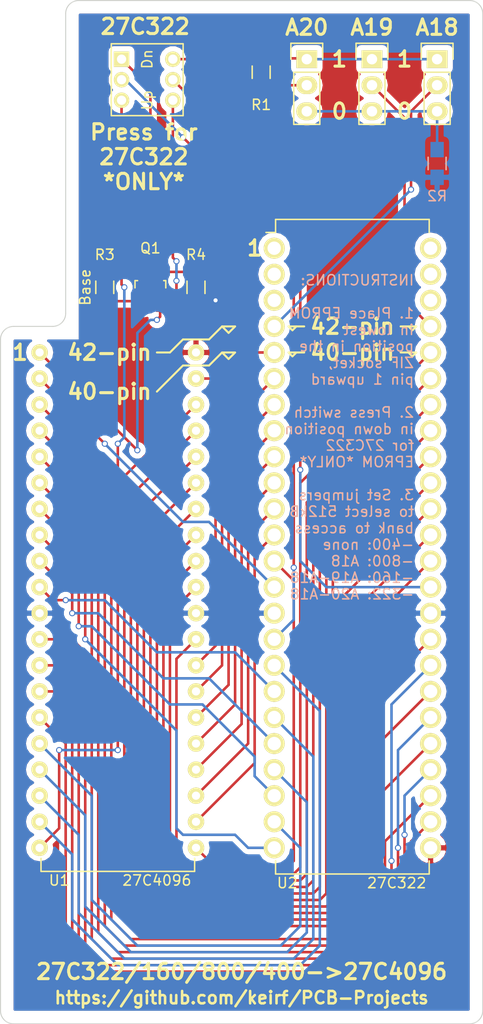
<source format=kicad_pcb>
(kicad_pcb (version 4) (host pcbnew 4.0.2+e4-6225~38~ubuntu16.04.1-stable)

  (general
    (links 60)
    (no_connects 0)
    (area 114.249999 29.794999 161.340001 129.590001)
    (thickness 1.6)
    (drawings 54)
    (tracks 296)
    (zones 0)
    (modules 11)
    (nets 55)
  )

  (page A4)
  (layers
    (0 F.Cu signal)
    (31 B.Cu signal)
    (32 B.Adhes user)
    (33 F.Adhes user)
    (34 B.Paste user)
    (35 F.Paste user)
    (36 B.SilkS user)
    (37 F.SilkS user)
    (38 B.Mask user)
    (39 F.Mask user)
    (40 Dwgs.User user)
    (41 Cmts.User user)
    (42 Eco1.User user)
    (43 Eco2.User user)
    (44 Edge.Cuts user)
    (45 Margin user)
    (46 B.CrtYd user)
    (47 F.CrtYd user)
    (48 B.Fab user)
    (49 F.Fab user)
  )

  (setup
    (last_trace_width 0.25)
    (trace_clearance 0.2)
    (zone_clearance 0.508)
    (zone_45_only no)
    (trace_min 0.2)
    (segment_width 0.2)
    (edge_width 0.1)
    (via_size 0.6)
    (via_drill 0.4)
    (via_min_size 0.4)
    (via_min_drill 0.3)
    (uvia_size 0.3)
    (uvia_drill 0.1)
    (uvias_allowed no)
    (uvia_min_size 0.2)
    (uvia_min_drill 0.1)
    (pcb_text_width 0.3)
    (pcb_text_size 1.5 1.5)
    (mod_edge_width 0.15)
    (mod_text_size 1 1)
    (mod_text_width 0.15)
    (pad_size 2.05 2.05)
    (pad_drill 1.3)
    (pad_to_mask_clearance 0)
    (aux_axis_origin 0 0)
    (visible_elements FFFFFF7F)
    (pcbplotparams
      (layerselection 0x010e0_80000001)
      (usegerberextensions true)
      (excludeedgelayer true)
      (linewidth 0.100000)
      (plotframeref false)
      (viasonmask false)
      (mode 1)
      (useauxorigin false)
      (hpglpennumber 1)
      (hpglpenspeed 20)
      (hpglpendiameter 15)
      (hpglpenoverlay 2)
      (psnegative false)
      (psa4output false)
      (plotreference true)
      (plotvalue true)
      (plotinvisibletext false)
      (padsonsilk false)
      (subtractmaskfromsilk false)
      (outputformat 1)
      (mirror false)
      (drillshape 0)
      (scaleselection 1)
      (outputdirectory gerber/))
  )

  (net 0 "")
  (net 1 /P2)
  (net 2 /P3)
  (net 3 /P4)
  (net 4 /P5)
  (net 5 /P6)
  (net 6 /P7)
  (net 7 /P8)
  (net 8 /P9)
  (net 9 /P10)
  (net 10 /P12)
  (net 11 /P13)
  (net 12 /P14)
  (net 13 /P15)
  (net 14 /P16)
  (net 15 /P17)
  (net 16 /P18)
  (net 17 /P19)
  (net 18 /P20)
  (net 19 /P21)
  (net 20 /P22)
  (net 21 /P23)
  (net 22 /P24)
  (net 23 /P25)
  (net 24 /P26)
  (net 25 /P27)
  (net 26 /P28)
  (net 27 /P29)
  (net 28 /P31)
  (net 29 /P32)
  (net 30 /P33)
  (net 31 /P34)
  (net 32 /P35)
  (net 33 /P36)
  (net 34 /P37)
  (net 35 /P38)
  (net 36 /P39)
  (net 37 "Net-(P1-Pad1)")
  (net 38 /A19)
  (net 39 "Net-(P1-Pad3)")
  (net 40 /A18)
  (net 41 /VCC)
  (net 42 /VSS)
  (net 43 "Net-(U2-Pad1)")
  (net 44 "Net-(U2-Pad2)")
  (net 45 "Net-(U2-Pad3)")
  (net 46 "Net-(U2-Pad48)")
  (net 47 "Net-(U2-Pad47)")
  (net 48 "Net-(U2-Pad46)")
  (net 49 /A20)
  (net 50 "Net-(Q1-Pad1)")
  (net 51 /VPP)
  (net 52 "Net-(Q1-Pad3)")
  (net 53 "Net-(SW1-Pad2)")
  (net 54 "Net-(SW1-Pad5)")

  (net_class Default "This is the default net class."
    (clearance 0.2)
    (trace_width 0.25)
    (via_dia 0.6)
    (via_drill 0.4)
    (uvia_dia 0.3)
    (uvia_drill 0.1)
    (add_net /A18)
    (add_net /A19)
    (add_net /A20)
    (add_net /P10)
    (add_net /P12)
    (add_net /P13)
    (add_net /P14)
    (add_net /P15)
    (add_net /P16)
    (add_net /P17)
    (add_net /P18)
    (add_net /P19)
    (add_net /P2)
    (add_net /P20)
    (add_net /P21)
    (add_net /P22)
    (add_net /P23)
    (add_net /P24)
    (add_net /P25)
    (add_net /P26)
    (add_net /P27)
    (add_net /P28)
    (add_net /P29)
    (add_net /P3)
    (add_net /P31)
    (add_net /P32)
    (add_net /P33)
    (add_net /P34)
    (add_net /P35)
    (add_net /P36)
    (add_net /P37)
    (add_net /P38)
    (add_net /P39)
    (add_net /P4)
    (add_net /P5)
    (add_net /P6)
    (add_net /P7)
    (add_net /P8)
    (add_net /P9)
    (add_net /VCC)
    (add_net /VPP)
    (add_net /VSS)
    (add_net "Net-(P1-Pad1)")
    (add_net "Net-(P1-Pad3)")
    (add_net "Net-(Q1-Pad1)")
    (add_net "Net-(Q1-Pad3)")
    (add_net "Net-(SW1-Pad2)")
    (add_net "Net-(SW1-Pad5)")
    (add_net "Net-(U2-Pad1)")
    (add_net "Net-(U2-Pad2)")
    (add_net "Net-(U2-Pad3)")
    (add_net "Net-(U2-Pad46)")
    (add_net "Net-(U2-Pad47)")
    (add_net "Net-(U2-Pad48)")
  )

  (module FF:27C160 (layer F.Cu) (tedit 55F95798) (tstamp 55F95D39)
    (at 140.97 53.975)
    (descr "40-lead dip package, row spacing 15.24 mm (600 mils)")
    (tags "dil dip 2.54 600")
    (path /55AF4F2A)
    (fp_text reference U2 (at 1.27 61.849) (layer F.SilkS)
      (effects (font (size 1 1) (thickness 0.15)))
    )
    (fp_text value 27C322 (at 11.938 61.849) (layer F.SilkS)
      (effects (font (size 1 1) (thickness 0.15)))
    )
    (fp_line (start -4.064 -10.16) (end -4.064 65.532) (layer F.CrtYd) (width 0.05))
    (fp_line (start -4.064 65.532) (end 19.304 65.532) (layer F.CrtYd) (width 0.05))
    (fp_line (start 19.304 65.532) (end 19.304 -10.16) (layer F.CrtYd) (width 0.05))
    (fp_line (start 19.304 -10.16) (end -4.064 -10.16) (layer F.CrtYd) (width 0.05))
    (fp_line (start 0.135 -2.803) (end 0.135 -1.533) (layer F.SilkS) (width 0.15))
    (fp_line (start 15.105 -2.803) (end 15.105 -1.533) (layer F.SilkS) (width 0.15))
    (fp_line (start 15.105 60.969) (end 15.105 59.699) (layer F.SilkS) (width 0.15))
    (fp_line (start 0.135 60.969) (end 0.135 59.699) (layer F.SilkS) (width 0.15))
    (fp_line (start 0.135 -2.803) (end 15.105 -2.803) (layer F.SilkS) (width 0.15))
    (fp_line (start 0.135 60.969) (end 15.105 60.969) (layer F.SilkS) (width 0.15))
    (fp_line (start 0.135 -1.533) (end -0.8 -1.533) (layer F.SilkS) (width 0.15))
    (pad 48 thru_hole oval (at 15.24 0) (size 2.05 2.05) (drill 1.3) (layers *.Cu *.Mask F.SilkS)
      (net 46 "Net-(U2-Pad48)"))
    (pad 47 thru_hole oval (at 15.24 2.54) (size 2.05 2.05) (drill 1.3) (layers *.Cu *.Mask F.SilkS)
      (net 47 "Net-(U2-Pad47)"))
    (pad 46 thru_hole oval (at 15.24 5.08) (size 2.05 2.05) (drill 1.3) (layers *.Cu *.Mask F.SilkS)
      (net 48 "Net-(U2-Pad46)"))
    (pad 45 thru_hole oval (at 15.24 7.62) (size 2.05 2.05) (drill 1.3) (layers *.Cu *.Mask F.SilkS)
      (net 38 /A19))
    (pad 44 thru_hole oval (at 15.24 10.16) (size 2.05 2.05) (drill 1.3) (layers *.Cu *.Mask F.SilkS)
      (net 27 /P29))
    (pad 43 thru_hole oval (at 15.24 12.7) (size 2.05 2.05) (drill 1.3) (layers *.Cu *.Mask F.SilkS)
      (net 28 /P31))
    (pad 42 thru_hole oval (at 15.24 15.24) (size 2.05 2.05) (drill 1.3) (layers *.Cu *.Mask F.SilkS)
      (net 29 /P32))
    (pad 41 thru_hole oval (at 15.24 17.78) (size 2.05 2.05) (drill 1.3) (layers *.Cu *.Mask F.SilkS)
      (net 30 /P33))
    (pad 1 thru_hole oval (at 0 0) (size 2.05 2.05) (drill 1.3) (layers *.Cu *.Mask F.SilkS)
      (net 43 "Net-(U2-Pad1)"))
    (pad 2 thru_hole oval (at 0 2.54) (size 2.05 2.05) (drill 1.3) (layers *.Cu *.Mask F.SilkS)
      (net 44 "Net-(U2-Pad2)"))
    (pad 3 thru_hole oval (at 0 5.08) (size 2.05 2.05) (drill 1.3) (layers *.Cu *.Mask F.SilkS)
      (net 45 "Net-(U2-Pad3)"))
    (pad 4 thru_hole oval (at 0 7.62) (size 2.05 2.05) (drill 1.3) (layers *.Cu *.Mask F.SilkS)
      (net 40 /A18))
    (pad 5 thru_hole oval (at 0 10.16) (size 2.05 2.05) (drill 1.3) (layers *.Cu *.Mask F.SilkS)
      (net 36 /P39))
    (pad 6 thru_hole oval (at 0 12.7) (size 2.05 2.05) (drill 1.3) (layers *.Cu *.Mask F.SilkS)
      (net 26 /P28))
    (pad 7 thru_hole oval (at 0 15.24) (size 2.05 2.05) (drill 1.3) (layers *.Cu *.Mask F.SilkS)
      (net 25 /P27))
    (pad 8 thru_hole oval (at 0 17.78) (size 2.05 2.05) (drill 1.3) (layers *.Cu *.Mask F.SilkS)
      (net 24 /P26))
    (pad 9 thru_hole oval (at 0 20.32) (size 2.05 2.05) (drill 1.3) (layers *.Cu *.Mask F.SilkS)
      (net 23 /P25))
    (pad 10 thru_hole oval (at 0 22.86) (size 2.05 2.05) (drill 1.3) (layers *.Cu *.Mask F.SilkS)
      (net 22 /P24))
    (pad 11 thru_hole oval (at 0 25.4) (size 2.05 2.05) (drill 1.3) (layers *.Cu *.Mask F.SilkS)
      (net 21 /P23))
    (pad 12 thru_hole oval (at 0 27.94) (size 2.05 2.05) (drill 1.3) (layers *.Cu *.Mask F.SilkS)
      (net 20 /P22))
    (pad 13 thru_hole oval (at 0 30.48) (size 2.05 2.05) (drill 1.3) (layers *.Cu *.Mask F.SilkS)
      (net 19 /P21))
    (pad 14 thru_hole oval (at 0 33.02) (size 2.05 2.05) (drill 1.3) (layers *.Cu *.Mask F.SilkS)
      (net 1 /P2))
    (pad 15 thru_hole oval (at 0 35.56) (size 2.05 2.05) (drill 1.3) (layers *.Cu *.Mask F.SilkS)
      (net 42 /VSS))
    (pad 16 thru_hole oval (at 0 38.1) (size 2.05 2.05) (drill 1.3) (layers *.Cu *.Mask F.SilkS)
      (net 53 "Net-(SW1-Pad2)"))
    (pad 17 thru_hole oval (at 0 40.64) (size 2.05 2.05) (drill 1.3) (layers *.Cu *.Mask F.SilkS)
      (net 17 /P19))
    (pad 18 thru_hole oval (at 0 43.18) (size 2.05 2.05) (drill 1.3) (layers *.Cu *.Mask F.SilkS)
      (net 9 /P10))
    (pad 19 thru_hole oval (at 0 45.72) (size 2.05 2.05) (drill 1.3) (layers *.Cu *.Mask F.SilkS)
      (net 16 /P18))
    (pad 20 thru_hole oval (at 0 48.26) (size 2.05 2.05) (drill 1.3) (layers *.Cu *.Mask F.SilkS)
      (net 8 /P9))
    (pad 21 thru_hole oval (at 0 50.8) (size 2.05 2.05) (drill 1.3) (layers *.Cu *.Mask F.SilkS)
      (net 15 /P17))
    (pad 22 thru_hole oval (at 0 53.34) (size 2.05 2.05) (drill 1.3) (layers *.Cu *.Mask F.SilkS)
      (net 7 /P8))
    (pad 23 thru_hole oval (at 0 55.88) (size 2.05 2.05) (drill 1.3) (layers *.Cu *.Mask F.SilkS)
      (net 14 /P16))
    (pad 24 thru_hole oval (at 0 58.42) (size 2.05 2.05) (drill 1.3) (layers *.Cu *.Mask F.SilkS)
      (net 6 /P7))
    (pad 25 thru_hole oval (at 15.24 58.42) (size 2.05 2.05) (drill 1.3) (layers *.Cu *.Mask F.SilkS)
      (net 41 /VCC))
    (pad 26 thru_hole oval (at 15.24 55.88) (size 2.05 2.05) (drill 1.3) (layers *.Cu *.Mask F.SilkS)
      (net 13 /P15))
    (pad 27 thru_hole oval (at 15.24 53.34) (size 2.05 2.05) (drill 1.3) (layers *.Cu *.Mask F.SilkS)
      (net 5 /P6))
    (pad 28 thru_hole oval (at 15.24 50.8) (size 2.05 2.05) (drill 1.3) (layers *.Cu *.Mask F.SilkS)
      (net 12 /P14))
    (pad 29 thru_hole oval (at 15.24 48.26) (size 2.05 2.05) (drill 1.3) (layers *.Cu *.Mask F.SilkS)
      (net 4 /P5))
    (pad 30 thru_hole oval (at 15.24 45.72) (size 2.05 2.05) (drill 1.3) (layers *.Cu *.Mask F.SilkS)
      (net 11 /P13))
    (pad 31 thru_hole oval (at 15.24 43.18) (size 2.05 2.05) (drill 1.3) (layers *.Cu *.Mask F.SilkS)
      (net 3 /P4))
    (pad 32 thru_hole oval (at 15.24 40.64) (size 2.05 2.05) (drill 1.3) (layers *.Cu *.Mask F.SilkS)
      (net 10 /P12))
    (pad 33 thru_hole oval (at 15.24 38.1) (size 2.05 2.05) (drill 1.3) (layers *.Cu *.Mask F.SilkS)
      (net 2 /P3))
    (pad 34 thru_hole oval (at 15.24 35.56) (size 2.05 2.05) (drill 1.3) (layers *.Cu *.Mask F.SilkS)
      (net 42 /VSS))
    (pad 35 thru_hole oval (at 15.24 33.02) (size 2.05 2.05) (drill 1.3) (layers *.Cu *.Mask F.SilkS)
      (net 54 "Net-(SW1-Pad5)"))
    (pad 36 thru_hole oval (at 15.24 30.48) (size 2.05 2.05) (drill 1.3) (layers *.Cu *.Mask F.SilkS)
      (net 35 /P38))
    (pad 37 thru_hole oval (at 15.24 27.94) (size 2.05 2.05) (drill 1.3) (layers *.Cu *.Mask F.SilkS)
      (net 34 /P37))
    (pad 38 thru_hole oval (at 15.24 25.4) (size 2.05 2.05) (drill 1.3) (layers *.Cu *.Mask F.SilkS)
      (net 33 /P36))
    (pad 39 thru_hole oval (at 15.24 22.86) (size 2.05 2.05) (drill 1.3) (layers *.Cu *.Mask F.SilkS)
      (net 32 /P35))
    (pad 40 thru_hole oval (at 15.24 20.32) (size 2.05 2.05) (drill 1.3) (layers *.Cu *.Mask F.SilkS)
      (net 31 /P34))
    (model Housings_DIP.3dshapes/DIP-40_W15.24mm.wrl
      (at (xyz 0 0 0))
      (scale (xyz 1 1 1))
      (rotate (xyz 0 0 0))
    )
  )

  (module FF:27C4096 (layer F.Cu) (tedit 55F97EEB) (tstamp 55AF5648)
    (at 118.11 64.135)
    (descr "40-lead dip package, row spacing 15.24 mm (600 mils)")
    (tags "dil dip 2.54 600")
    (path /55AF4EC7)
    (fp_text reference U1 (at 1.905 51.435) (layer F.SilkS)
      (effects (font (size 1 1) (thickness 0.15)))
    )
    (fp_text value 27C4096 (at 11.43 51.435) (layer F.SilkS)
      (effects (font (size 1 1) (thickness 0.15)))
    )
    (fp_line (start -1.05 -2.45) (end -1.05 50.75) (layer F.CrtYd) (width 0.05))
    (fp_line (start 16.3 -2.45) (end 16.3 50.75) (layer F.CrtYd) (width 0.05))
    (fp_line (start -1.05 -2.45) (end 16.3 -2.45) (layer F.CrtYd) (width 0.05))
    (fp_line (start -1.05 50.75) (end 16.3 50.75) (layer F.CrtYd) (width 0.05))
    (fp_line (start 15.105 50.555) (end 15.105 49.285) (layer F.SilkS) (width 0.15))
    (fp_line (start 0.135 50.555) (end 0.135 49.285) (layer F.SilkS) (width 0.15))
    (fp_line (start 0.135 50.555) (end 15.105 50.555) (layer F.SilkS) (width 0.15))
    (pad 1 thru_hole oval (at 0 0) (size 1.6 1.6) (drill 0.8) (layers *.Cu *.Mask F.SilkS)
      (net 51 /VPP))
    (pad 2 thru_hole oval (at 0 2.54) (size 1.6 1.6) (drill 0.8) (layers *.Cu *.Mask F.SilkS)
      (net 1 /P2))
    (pad 3 thru_hole oval (at 0 5.08) (size 1.6 1.6) (drill 0.8) (layers *.Cu *.Mask F.SilkS)
      (net 2 /P3))
    (pad 4 thru_hole oval (at 0 7.62) (size 1.6 1.6) (drill 0.8) (layers *.Cu *.Mask F.SilkS)
      (net 3 /P4))
    (pad 5 thru_hole oval (at 0 10.16) (size 1.6 1.6) (drill 0.8) (layers *.Cu *.Mask F.SilkS)
      (net 4 /P5))
    (pad 6 thru_hole oval (at 0 12.7) (size 1.6 1.6) (drill 0.8) (layers *.Cu *.Mask F.SilkS)
      (net 5 /P6))
    (pad 7 thru_hole oval (at 0 15.24) (size 1.6 1.6) (drill 0.8) (layers *.Cu *.Mask F.SilkS)
      (net 6 /P7))
    (pad 8 thru_hole oval (at 0 17.78) (size 1.6 1.6) (drill 0.8) (layers *.Cu *.Mask F.SilkS)
      (net 7 /P8))
    (pad 9 thru_hole oval (at 0 20.32) (size 1.6 1.6) (drill 0.8) (layers *.Cu *.Mask F.SilkS)
      (net 8 /P9))
    (pad 10 thru_hole oval (at 0 22.86) (size 1.6 1.6) (drill 0.8) (layers *.Cu *.Mask F.SilkS)
      (net 9 /P10))
    (pad 11 thru_hole oval (at 0 25.4) (size 1.6 1.6) (drill 0.8) (layers *.Cu *.Mask F.SilkS)
      (net 42 /VSS))
    (pad 12 thru_hole oval (at 0 27.94) (size 1.6 1.6) (drill 0.8) (layers *.Cu *.Mask F.SilkS)
      (net 10 /P12))
    (pad 13 thru_hole oval (at 0 30.48) (size 1.6 1.6) (drill 0.8) (layers *.Cu *.Mask F.SilkS)
      (net 11 /P13))
    (pad 14 thru_hole oval (at 0 33.02) (size 1.6 1.6) (drill 0.8) (layers *.Cu *.Mask F.SilkS)
      (net 12 /P14))
    (pad 15 thru_hole oval (at 0 35.56) (size 1.6 1.6) (drill 0.8) (layers *.Cu *.Mask F.SilkS)
      (net 13 /P15))
    (pad 16 thru_hole oval (at 0 38.1) (size 1.6 1.6) (drill 0.8) (layers *.Cu *.Mask F.SilkS)
      (net 14 /P16))
    (pad 17 thru_hole oval (at 0 40.64) (size 1.6 1.6) (drill 0.8) (layers *.Cu *.Mask F.SilkS)
      (net 15 /P17))
    (pad 18 thru_hole oval (at 0 43.18) (size 1.6 1.6) (drill 0.8) (layers *.Cu *.Mask F.SilkS)
      (net 16 /P18))
    (pad 19 thru_hole oval (at 0 45.72) (size 1.6 1.6) (drill 0.8) (layers *.Cu *.Mask F.SilkS)
      (net 17 /P19))
    (pad 20 thru_hole oval (at 0 48.26) (size 1.6 1.6) (drill 0.8) (layers *.Cu *.Mask F.SilkS)
      (net 18 /P20))
    (pad 21 thru_hole oval (at 15.24 48.26) (size 1.6 1.6) (drill 0.8) (layers *.Cu *.Mask F.SilkS)
      (net 19 /P21))
    (pad 22 thru_hole oval (at 15.24 45.72) (size 1.6 1.6) (drill 0.8) (layers *.Cu *.Mask F.SilkS)
      (net 20 /P22))
    (pad 23 thru_hole oval (at 15.24 43.18) (size 1.6 1.6) (drill 0.8) (layers *.Cu *.Mask F.SilkS)
      (net 21 /P23))
    (pad 24 thru_hole oval (at 15.24 40.64) (size 1.6 1.6) (drill 0.8) (layers *.Cu *.Mask F.SilkS)
      (net 22 /P24))
    (pad 25 thru_hole oval (at 15.24 38.1) (size 1.6 1.6) (drill 0.8) (layers *.Cu *.Mask F.SilkS)
      (net 23 /P25))
    (pad 26 thru_hole oval (at 15.24 35.56) (size 1.6 1.6) (drill 0.8) (layers *.Cu *.Mask F.SilkS)
      (net 24 /P26))
    (pad 27 thru_hole oval (at 15.24 33.02) (size 1.6 1.6) (drill 0.8) (layers *.Cu *.Mask F.SilkS)
      (net 25 /P27))
    (pad 28 thru_hole oval (at 15.24 30.48) (size 1.6 1.6) (drill 0.8) (layers *.Cu *.Mask F.SilkS)
      (net 26 /P28))
    (pad 29 thru_hole oval (at 15.24 27.94) (size 1.6 1.6) (drill 0.8) (layers *.Cu *.Mask F.SilkS)
      (net 27 /P29))
    (pad 30 thru_hole oval (at 15.24 25.4) (size 1.6 1.6) (drill 0.8) (layers *.Cu *.Mask F.SilkS)
      (net 42 /VSS))
    (pad 31 thru_hole oval (at 15.24 22.86) (size 1.6 1.6) (drill 0.8) (layers *.Cu *.Mask F.SilkS)
      (net 28 /P31))
    (pad 32 thru_hole oval (at 15.24 20.32) (size 1.6 1.6) (drill 0.8) (layers *.Cu *.Mask F.SilkS)
      (net 29 /P32))
    (pad 33 thru_hole oval (at 15.24 17.78) (size 1.6 1.6) (drill 0.8) (layers *.Cu *.Mask F.SilkS)
      (net 30 /P33))
    (pad 34 thru_hole oval (at 15.24 15.24) (size 1.6 1.6) (drill 0.8) (layers *.Cu *.Mask F.SilkS)
      (net 31 /P34))
    (pad 35 thru_hole oval (at 15.24 12.7) (size 1.6 1.6) (drill 0.8) (layers *.Cu *.Mask F.SilkS)
      (net 32 /P35))
    (pad 36 thru_hole oval (at 15.24 10.16) (size 1.6 1.6) (drill 0.8) (layers *.Cu *.Mask F.SilkS)
      (net 33 /P36))
    (pad 37 thru_hole oval (at 15.24 7.62) (size 1.6 1.6) (drill 0.8) (layers *.Cu *.Mask F.SilkS)
      (net 34 /P37))
    (pad 38 thru_hole oval (at 15.24 5.08) (size 1.6 1.6) (drill 0.8) (layers *.Cu *.Mask F.SilkS)
      (net 35 /P38))
    (pad 39 thru_hole oval (at 15.24 2.54) (size 1.6 1.6) (drill 0.8) (layers *.Cu *.Mask F.SilkS)
      (net 36 /P39))
    (pad 40 thru_hole oval (at 15.24 0) (size 1.6 1.6) (drill 0.8) (layers *.Cu *.Mask F.SilkS)
      (net 41 /VCC))
    (model Housings_DIP.3dshapes/DIP-40_W15.24mm.wrl
      (at (xyz 0 0 0))
      (scale (xyz 1 1 1))
      (rotate (xyz 0 0 0))
    )
  )

  (module Pin_Headers:Pin_Header_Straight_1x03 (layer F.Cu) (tedit 5752AD38) (tstamp 55F95CE7)
    (at 150.495 35.56)
    (descr "Through hole pin header")
    (tags "pin header")
    (path /55F953E8)
    (fp_text reference P1 (at 0 -5.1) (layer F.SilkS) hide
      (effects (font (size 1 1) (thickness 0.15)))
    )
    (fp_text value A19 (at 0 -3.1) (layer F.SilkS)
      (effects (font (size 1.5 1.5) (thickness 0.3)))
    )
    (fp_line (start -1.75 -1.75) (end -1.75 6.85) (layer F.CrtYd) (width 0.05))
    (fp_line (start 1.75 -1.75) (end 1.75 6.85) (layer F.CrtYd) (width 0.05))
    (fp_line (start -1.75 -1.75) (end 1.75 -1.75) (layer F.CrtYd) (width 0.05))
    (fp_line (start -1.75 6.85) (end 1.75 6.85) (layer F.CrtYd) (width 0.05))
    (fp_line (start -1.27 1.27) (end -1.27 6.35) (layer F.SilkS) (width 0.15))
    (fp_line (start -1.27 6.35) (end 1.27 6.35) (layer F.SilkS) (width 0.15))
    (fp_line (start 1.27 6.35) (end 1.27 1.27) (layer F.SilkS) (width 0.15))
    (fp_line (start 1.55 -1.55) (end 1.55 0) (layer F.SilkS) (width 0.15))
    (fp_line (start 1.27 1.27) (end -1.27 1.27) (layer F.SilkS) (width 0.15))
    (fp_line (start -1.55 0) (end -1.55 -1.55) (layer F.SilkS) (width 0.15))
    (fp_line (start -1.55 -1.55) (end 1.55 -1.55) (layer F.SilkS) (width 0.15))
    (pad 1 thru_hole rect (at 0 0) (size 2.032 1.7272) (drill 1.016) (layers *.Cu *.Mask F.SilkS)
      (net 37 "Net-(P1-Pad1)"))
    (pad 2 thru_hole oval (at 0 2.54) (size 2.032 1.7272) (drill 1.016) (layers *.Cu *.Mask F.SilkS)
      (net 38 /A19))
    (pad 3 thru_hole oval (at 0 5.08) (size 2.032 1.7272) (drill 1.016) (layers *.Cu *.Mask F.SilkS)
      (net 39 "Net-(P1-Pad3)"))
    (model Pin_Headers.3dshapes/Pin_Header_Straight_1x03.wrl
      (at (xyz 0 -0.1 0))
      (scale (xyz 1 1 1))
      (rotate (xyz 0 0 90))
    )
  )

  (module Pin_Headers:Pin_Header_Straight_1x03 (layer F.Cu) (tedit 5752AD25) (tstamp 55F95CEE)
    (at 156.845 35.56)
    (descr "Through hole pin header")
    (tags "pin header")
    (path /55F952CF)
    (fp_text reference P2 (at 0 -5.1) (layer F.SilkS) hide
      (effects (font (size 1 1) (thickness 0.15)))
    )
    (fp_text value A18 (at 0 -3.1) (layer F.SilkS)
      (effects (font (size 1.5 1.5) (thickness 0.3)))
    )
    (fp_line (start -1.75 -1.75) (end -1.75 6.85) (layer F.CrtYd) (width 0.05))
    (fp_line (start 1.75 -1.75) (end 1.75 6.85) (layer F.CrtYd) (width 0.05))
    (fp_line (start -1.75 -1.75) (end 1.75 -1.75) (layer F.CrtYd) (width 0.05))
    (fp_line (start -1.75 6.85) (end 1.75 6.85) (layer F.CrtYd) (width 0.05))
    (fp_line (start -1.27 1.27) (end -1.27 6.35) (layer F.SilkS) (width 0.15))
    (fp_line (start -1.27 6.35) (end 1.27 6.35) (layer F.SilkS) (width 0.15))
    (fp_line (start 1.27 6.35) (end 1.27 1.27) (layer F.SilkS) (width 0.15))
    (fp_line (start 1.55 -1.55) (end 1.55 0) (layer F.SilkS) (width 0.15))
    (fp_line (start 1.27 1.27) (end -1.27 1.27) (layer F.SilkS) (width 0.15))
    (fp_line (start -1.55 0) (end -1.55 -1.55) (layer F.SilkS) (width 0.15))
    (fp_line (start -1.55 -1.55) (end 1.55 -1.55) (layer F.SilkS) (width 0.15))
    (pad 1 thru_hole rect (at 0 0) (size 2.032 1.7272) (drill 1.016) (layers *.Cu *.Mask F.SilkS)
      (net 37 "Net-(P1-Pad1)"))
    (pad 2 thru_hole oval (at 0 2.54) (size 2.032 1.7272) (drill 1.016) (layers *.Cu *.Mask F.SilkS)
      (net 40 /A18))
    (pad 3 thru_hole oval (at 0 5.08) (size 2.032 1.7272) (drill 1.016) (layers *.Cu *.Mask F.SilkS)
      (net 39 "Net-(P1-Pad3)"))
    (model Pin_Headers.3dshapes/Pin_Header_Straight_1x03.wrl
      (at (xyz 0 -0.1 0))
      (scale (xyz 1 1 1))
      (rotate (xyz 0 0 90))
    )
  )

  (module Resistors_SMD:R_0805_HandSoldering (layer F.Cu) (tedit 5752C1F2) (tstamp 55F95CF4)
    (at 139.7 36.83 270)
    (descr "Resistor SMD 0805, hand soldering")
    (tags "resistor 0805")
    (path /55F954FE)
    (attr smd)
    (fp_text reference R1 (at 3.175 0 360) (layer F.SilkS)
      (effects (font (size 1 1) (thickness 0.15)))
    )
    (fp_text value 10K (at 0 2.1 270) (layer F.Fab) hide
      (effects (font (size 1 1) (thickness 0.15)))
    )
    (fp_line (start -2.4 -1) (end 2.4 -1) (layer F.CrtYd) (width 0.05))
    (fp_line (start -2.4 1) (end 2.4 1) (layer F.CrtYd) (width 0.05))
    (fp_line (start -2.4 -1) (end -2.4 1) (layer F.CrtYd) (width 0.05))
    (fp_line (start 2.4 -1) (end 2.4 1) (layer F.CrtYd) (width 0.05))
    (fp_line (start 0.6 0.875) (end -0.6 0.875) (layer F.SilkS) (width 0.15))
    (fp_line (start -0.6 -0.875) (end 0.6 -0.875) (layer F.SilkS) (width 0.15))
    (pad 1 smd rect (at -1.35 0 270) (size 1.5 1.3) (layers F.Cu F.Paste F.Mask)
      (net 37 "Net-(P1-Pad1)"))
    (pad 2 smd rect (at 1.35 0 270) (size 1.5 1.3) (layers F.Cu F.Paste F.Mask)
      (net 41 /VCC))
    (model Resistors_SMD.3dshapes/R_0805_HandSoldering.wrl
      (at (xyz 0 0 0))
      (scale (xyz 1 1 1))
      (rotate (xyz 0 0 0))
    )
  )

  (module Resistors_SMD:R_0805_HandSoldering (layer B.Cu) (tedit 5752C1F8) (tstamp 55F95CFA)
    (at 156.845 45.72 270)
    (descr "Resistor SMD 0805, hand soldering")
    (tags "resistor 0805")
    (path /55F954A1)
    (attr smd)
    (fp_text reference R2 (at 3.175 0 540) (layer B.SilkS)
      (effects (font (size 1 1) (thickness 0.15)) (justify mirror))
    )
    (fp_text value 10K (at 0 -2.1 270) (layer B.Fab) hide
      (effects (font (size 1 1) (thickness 0.15)) (justify mirror))
    )
    (fp_line (start -2.4 1) (end 2.4 1) (layer B.CrtYd) (width 0.05))
    (fp_line (start -2.4 -1) (end 2.4 -1) (layer B.CrtYd) (width 0.05))
    (fp_line (start -2.4 1) (end -2.4 -1) (layer B.CrtYd) (width 0.05))
    (fp_line (start 2.4 1) (end 2.4 -1) (layer B.CrtYd) (width 0.05))
    (fp_line (start 0.6 -0.875) (end -0.6 -0.875) (layer B.SilkS) (width 0.15))
    (fp_line (start -0.6 0.875) (end 0.6 0.875) (layer B.SilkS) (width 0.15))
    (pad 1 smd rect (at -1.35 0 270) (size 1.5 1.3) (layers B.Cu B.Paste B.Mask)
      (net 39 "Net-(P1-Pad3)"))
    (pad 2 smd rect (at 1.35 0 270) (size 1.5 1.3) (layers B.Cu B.Paste B.Mask)
      (net 42 /VSS))
    (model Resistors_SMD.3dshapes/R_0805_HandSoldering.wrl
      (at (xyz 0 0 0))
      (scale (xyz 1 1 1))
      (rotate (xyz 0 0 0))
    )
  )

  (module Pin_Headers:Pin_Header_Straight_1x03 (layer F.Cu) (tedit 5752AD4F) (tstamp 574210B6)
    (at 144.145 35.56)
    (descr "Through hole pin header")
    (tags "pin header")
    (path /5741FC2A)
    (fp_text reference P3 (at 0 -5.1) (layer F.Fab) hide
      (effects (font (size 1 1) (thickness 0.15)))
    )
    (fp_text value A20 (at 0 -3.1) (layer F.SilkS)
      (effects (font (size 1.5 1.5) (thickness 0.3)))
    )
    (fp_line (start -1.75 -1.75) (end -1.75 6.85) (layer F.CrtYd) (width 0.05))
    (fp_line (start 1.75 -1.75) (end 1.75 6.85) (layer F.CrtYd) (width 0.05))
    (fp_line (start -1.75 -1.75) (end 1.75 -1.75) (layer F.CrtYd) (width 0.05))
    (fp_line (start -1.75 6.85) (end 1.75 6.85) (layer F.CrtYd) (width 0.05))
    (fp_line (start -1.27 1.27) (end -1.27 6.35) (layer F.SilkS) (width 0.15))
    (fp_line (start -1.27 6.35) (end 1.27 6.35) (layer F.SilkS) (width 0.15))
    (fp_line (start 1.27 6.35) (end 1.27 1.27) (layer F.SilkS) (width 0.15))
    (fp_line (start 1.55 -1.55) (end 1.55 0) (layer F.SilkS) (width 0.15))
    (fp_line (start 1.27 1.27) (end -1.27 1.27) (layer F.SilkS) (width 0.15))
    (fp_line (start -1.55 0) (end -1.55 -1.55) (layer F.SilkS) (width 0.15))
    (fp_line (start -1.55 -1.55) (end 1.55 -1.55) (layer F.SilkS) (width 0.15))
    (pad 1 thru_hole rect (at 0 0) (size 2.032 1.7272) (drill 1.016) (layers *.Cu *.Mask F.SilkS)
      (net 37 "Net-(P1-Pad1)"))
    (pad 2 thru_hole oval (at 0 2.54) (size 2.032 1.7272) (drill 1.016) (layers *.Cu *.Mask F.SilkS)
      (net 49 /A20))
    (pad 3 thru_hole oval (at 0 5.08) (size 2.032 1.7272) (drill 1.016) (layers *.Cu *.Mask F.SilkS)
      (net 39 "Net-(P1-Pad3)"))
    (model Pin_Headers.3dshapes/Pin_Header_Straight_1x03.wrl
      (at (xyz 0 -0.1 0))
      (scale (xyz 1 1 1))
      (rotate (xyz 0 0 90))
    )
  )

  (module Resistors_SMD:R_0805_HandSoldering (layer F.Cu) (tedit 5752C28E) (tstamp 574210C3)
    (at 124.46 57.785 90)
    (descr "Resistor SMD 0805, hand soldering")
    (tags "resistor 0805")
    (path /57420594)
    (attr smd)
    (fp_text reference R3 (at 3.175 0 180) (layer F.SilkS)
      (effects (font (size 1 1) (thickness 0.15)))
    )
    (fp_text value 10K (at 0 2.1 90) (layer F.Fab) hide
      (effects (font (size 1 1) (thickness 0.15)))
    )
    (fp_line (start -2.4 -1) (end 2.4 -1) (layer F.CrtYd) (width 0.05))
    (fp_line (start -2.4 1) (end 2.4 1) (layer F.CrtYd) (width 0.05))
    (fp_line (start -2.4 -1) (end -2.4 1) (layer F.CrtYd) (width 0.05))
    (fp_line (start 2.4 -1) (end 2.4 1) (layer F.CrtYd) (width 0.05))
    (fp_line (start 0.6 0.875) (end -0.6 0.875) (layer F.SilkS) (width 0.15))
    (fp_line (start -0.6 -0.875) (end 0.6 -0.875) (layer F.SilkS) (width 0.15))
    (pad 1 smd rect (at -1.35 0 90) (size 1.5 1.3) (layers F.Cu F.Paste F.Mask)
      (net 50 "Net-(Q1-Pad1)"))
    (pad 2 smd rect (at 1.35 0 90) (size 1.5 1.3) (layers F.Cu F.Paste F.Mask)
      (net 41 /VCC))
    (model Resistors_SMD.3dshapes/R_0805_HandSoldering.wrl
      (at (xyz 0 0 0))
      (scale (xyz 1 1 1))
      (rotate (xyz 0 0 0))
    )
  )

  (module Resistors_SMD:R_0805_HandSoldering (layer F.Cu) (tedit 5752C293) (tstamp 574210C9)
    (at 133.35 57.785 270)
    (descr "Resistor SMD 0805, hand soldering")
    (tags "resistor 0805")
    (path /57420707)
    (attr smd)
    (fp_text reference R4 (at -3.175 0 360) (layer F.SilkS)
      (effects (font (size 1 1) (thickness 0.15)))
    )
    (fp_text value 10K (at 0 2.1 270) (layer F.Fab) hide
      (effects (font (size 1 1) (thickness 0.15)))
    )
    (fp_line (start -2.4 -1) (end 2.4 -1) (layer F.CrtYd) (width 0.05))
    (fp_line (start -2.4 1) (end 2.4 1) (layer F.CrtYd) (width 0.05))
    (fp_line (start -2.4 -1) (end -2.4 1) (layer F.CrtYd) (width 0.05))
    (fp_line (start 2.4 -1) (end 2.4 1) (layer F.CrtYd) (width 0.05))
    (fp_line (start 0.6 0.875) (end -0.6 0.875) (layer F.SilkS) (width 0.15))
    (fp_line (start -0.6 -0.875) (end 0.6 -0.875) (layer F.SilkS) (width 0.15))
    (pad 1 smd rect (at -1.35 0 270) (size 1.5 1.3) (layers F.Cu F.Paste F.Mask)
      (net 52 "Net-(Q1-Pad3)"))
    (pad 2 smd rect (at 1.35 0 270) (size 1.5 1.3) (layers F.Cu F.Paste F.Mask)
      (net 42 /VSS))
    (model Resistors_SMD.3dshapes/R_0805_HandSoldering.wrl
      (at (xyz 0 0 0))
      (scale (xyz 1 1 1))
      (rotate (xyz 0 0 0))
    )
  )

  (module FF:SW_PUSH_x2 (layer F.Cu) (tedit 5752C8AC) (tstamp 574210D3)
    (at 125.095 35.56 270)
    (descr "Vertical Push Switch")
    (tags "SWITCH DEV PB_22E18 PB_22E19")
    (path /57420E1F)
    (fp_text reference SW1 (at 2 1 270) (layer F.Fab) hide
      (effects (font (size 1 1) (thickness 0.15)))
    )
    (fp_text value Switch_SPDT_x2 (at 2.4765 -8.382 270) (layer F.Fab) hide
      (effects (font (size 1 1) (thickness 0.15)))
    )
    (fp_text user Up (at 4 -3.5 270) (layer F.SilkS)
      (effects (font (size 1 1) (thickness 0.15)))
    )
    (fp_text user Dn (at 0 -3.5 270) (layer F.SilkS)
      (effects (font (size 1 1) (thickness 0.15)))
    )
    (fp_line (start -1.5 -7) (end 5.5 -7) (layer F.SilkS) (width 0.15))
    (fp_line (start -1.5 0) (end 5.5 0) (layer F.SilkS) (width 0.15))
    (fp_line (start 5.5 -7) (end 5.5 0) (layer F.SilkS) (width 0.15))
    (fp_line (start -1.5 -7) (end -1.5 0) (layer F.SilkS) (width 0.15))
    (pad 1 thru_hole rect (at 0 -1 270) (size 1.5 1.5) (drill 0.9) (layers *.Cu *.Mask F.SilkS)
      (net 52 "Net-(Q1-Pad3)"))
    (pad 2 thru_hole circle (at 2 -1 270) (size 1.5 1.5) (drill 0.9) (layers *.Cu *.Mask F.SilkS)
      (net 53 "Net-(SW1-Pad2)"))
    (pad 3 thru_hole circle (at 4 -1 270) (size 1.5 1.5) (drill 0.9) (layers *.Cu *.Mask F.SilkS)
      (net 18 /P20))
    (pad 4 thru_hole circle (at 0 -6 270) (size 1.5 1.5) (drill 0.9) (layers *.Cu *.Mask F.SilkS)
      (net 49 /A20))
    (pad 5 thru_hole circle (at 2 -6 270) (size 1.5 1.5) (drill 0.9) (layers *.Cu *.Mask F.SilkS)
      (net 54 "Net-(SW1-Pad5)"))
    (pad 6 thru_hole circle (at 4 -6 270) (size 1.5 1.5) (drill 0.9) (layers *.Cu *.Mask F.SilkS)
      (net 51 /VPP))
  )

  (module TO_SOT_Packages_SMD:SOT-23_Handsoldering (layer F.Cu) (tedit 5752B691) (tstamp 574210BD)
    (at 128.905 57.785)
    (descr "SOT-23, Handsoldering")
    (tags SOT-23)
    (path /574202DB)
    (attr smd)
    (fp_text reference Q1 (at 0 -3.81) (layer F.SilkS)
      (effects (font (size 1 1) (thickness 0.15)))
    )
    (fp_text value MMBT3906 (at 0 3.81) (layer F.Fab) hide
      (effects (font (size 1 1) (thickness 0.15)))
    )
    (fp_line (start -1.49982 0.0508) (end -1.49982 -0.65024) (layer F.SilkS) (width 0.15))
    (fp_line (start -1.49982 -0.65024) (end -1.2509 -0.65024) (layer F.SilkS) (width 0.15))
    (fp_line (start 1.29916 -0.65024) (end 1.49982 -0.65024) (layer F.SilkS) (width 0.15))
    (fp_line (start 1.49982 -0.65024) (end 1.49982 0.0508) (layer F.SilkS) (width 0.15))
    (pad 1 smd rect (at -0.95 1.50114) (size 0.8001 1.80086) (layers F.Cu F.Paste F.Mask)
      (net 50 "Net-(Q1-Pad1)"))
    (pad 2 smd rect (at 0.95 1.50114) (size 0.8001 1.80086) (layers F.Cu F.Paste F.Mask)
      (net 51 /VPP))
    (pad 3 smd rect (at 0 -1.50114) (size 0.8001 1.80086) (layers F.Cu F.Paste F.Mask)
      (net 52 "Net-(Q1-Pad3)"))
    (model TO_SOT_Packages_SMD.3dshapes/SOT-23_Handsoldering.wrl
      (at (xyz 0 0 0))
      (scale (xyz 1 1 1))
      (rotate (xyz 0 0 0))
    )
  )

  (gr_text "INSTRUCTIONS:\n\n1. Place EPROM\nin lowest\nposition in the\nZIF socket,\npin 1 upward\n\n2. Press switch\nin down position\nfor 27C322\nEPROM *ONLY*\n\n3. Set jumpers\nto select 512kB\nbank to access\n-400: none\n-800: A18\n-160: A19-A18\n-322: A20-A18" (at 154.686 72.39) (layer B.SilkS)
    (effects (font (size 1 1) (thickness 0.15)) (justify left mirror))
  )
  (gr_line (start 154.813 61.595) (end 153.289 61.595) (angle 90) (layer F.SilkS) (width 0.2))
  (gr_line (start 154.813 64.135) (end 153.289 64.135) (angle 90) (layer F.SilkS) (width 0.2))
  (gr_line (start 142.367 64.135) (end 143.891 64.135) (angle 90) (layer F.SilkS) (width 0.2))
  (gr_line (start 130.81 64.135) (end 129.54 64.135) (angle 90) (layer F.SilkS) (width 0.2))
  (gr_text "1\n" (at 153.67 35.56) (layer F.SilkS)
    (effects (font (size 1.5 1.5) (thickness 0.3)))
  )
  (gr_text "0\n" (at 153.67 40.64) (layer F.SilkS)
    (effects (font (size 1.5 1.5) (thickness 0.3)))
  )
  (gr_text Base (at 122.555 57.785 90) (layer F.SilkS)
    (effects (font (size 1 1) (thickness 0.15)))
  )
  (gr_text 27C322 (at 128.397 32.385) (layer F.SilkS)
    (effects (font (size 1.5 1.5) (thickness 0.3)))
  )
  (gr_text "Press for\n27C322\n*ONLY*" (at 128.27 45.085) (layer F.SilkS)
    (effects (font (size 1.5 1.5) (thickness 0.3)))
  )
  (gr_line (start 121.92 29.845) (end 160.02 29.845) (angle 90) (layer Edge.Cuts) (width 0.1))
  (gr_line (start 115.57 61.595) (end 119.38 61.595) (angle 90) (layer Edge.Cuts) (width 0.1))
  (gr_line (start 154.432 64.516) (end 154.051 64.135) (angle 90) (layer F.SilkS) (width 0.2))
  (gr_line (start 154.813 64.135) (end 154.432 64.516) (angle 90) (layer F.SilkS) (width 0.2))
  (gr_line (start 154.051 61.595) (end 154.432 61.976) (angle 90) (layer F.SilkS) (width 0.2))
  (gr_line (start 154.178 61.722) (end 154.178 61.595) (angle 90) (layer F.SilkS) (width 0.2))
  (gr_line (start 154.813 61.595) (end 154.432 61.976) (angle 90) (layer F.SilkS) (width 0.2))
  (gr_line (start 142.748 64.516) (end 143.129 64.135) (angle 90) (layer F.SilkS) (width 0.2))
  (gr_line (start 142.367 64.135) (end 142.748 64.516) (angle 90) (layer F.SilkS) (width 0.2))
  (gr_line (start 142.748 61.976) (end 143.129 61.595) (angle 90) (layer F.SilkS) (width 0.2))
  (gr_line (start 142.367 61.595) (end 142.748 61.976) (angle 90) (layer F.SilkS) (width 0.2))
  (gr_line (start 142.367 61.595) (end 143.891 61.595) (angle 90) (layer F.SilkS) (width 0.2))
  (gr_text 40-pin (at 148.59 64.135) (layer F.SilkS)
    (effects (font (size 1.5 1.5) (thickness 0.3)))
  )
  (gr_text 42-pin (at 148.59 61.595) (layer F.SilkS)
    (effects (font (size 1.5 1.5) (thickness 0.3)))
  )
  (gr_text 1 (at 139.065 53.975) (layer F.SilkS)
    (effects (font (size 1.5 1.5) (thickness 0.3)))
  )
  (gr_line (start 132.08 62.865) (end 130.81 64.135) (angle 90) (layer F.SilkS) (width 0.2))
  (gr_line (start 134.62 62.865) (end 132.08 62.865) (angle 90) (layer F.SilkS) (width 0.2))
  (gr_line (start 132.08 65.405) (end 129.54 67.945) (angle 90) (layer F.SilkS) (width 0.2))
  (gr_line (start 134.62 65.405) (end 132.08 65.405) (angle 90) (layer F.SilkS) (width 0.2))
  (gr_text 1 (at 116.205 64.135) (layer F.SilkS)
    (effects (font (size 1.5 1.5) (thickness 0.3)))
  )
  (gr_line (start 136.525 64.77) (end 135.89 64.135) (angle 90) (layer F.SilkS) (width 0.2))
  (gr_line (start 137.16 64.135) (end 136.525 64.77) (angle 90) (layer F.SilkS) (width 0.2))
  (gr_line (start 135.89 64.135) (end 137.16 64.135) (angle 90) (layer F.SilkS) (width 0.2))
  (gr_line (start 134.62 65.405) (end 135.89 64.135) (angle 90) (layer F.SilkS) (width 0.2))
  (gr_line (start 134.62 62.865) (end 135.89 61.595) (angle 90) (layer F.SilkS) (width 0.2))
  (gr_line (start 136.525 62.23) (end 135.89 61.595) (angle 90) (layer F.SilkS) (width 0.2))
  (gr_line (start 137.16 61.595) (end 136.525 62.23) (angle 90) (layer F.SilkS) (width 0.2))
  (gr_line (start 135.89 61.595) (end 137.16 61.595) (angle 90) (layer F.SilkS) (width 0.2))
  (gr_text 40-pin (at 120.65 67.945) (layer F.SilkS)
    (effects (font (size 1.5 1.5) (thickness 0.3)) (justify left))
  )
  (gr_text 42-pin (at 120.65 64.135) (layer F.SilkS)
    (effects (font (size 1.5 1.5) (thickness 0.3)) (justify left))
  )
  (gr_line (start 161.29 31.115) (end 161.29 128.27) (angle 90) (layer Edge.Cuts) (width 0.1))
  (gr_line (start 120.65 60.325) (end 120.65 31.115) (angle 90) (layer Edge.Cuts) (width 0.1))
  (gr_text "0\n" (at 147.32 40.64) (layer F.SilkS)
    (effects (font (size 1.5 1.5) (thickness 0.3)))
  )
  (gr_text "1\n" (at 147.32 35.56) (layer F.SilkS)
    (effects (font (size 1.5 1.5) (thickness 0.3)))
  )
  (gr_arc (start 121.92 31.115) (end 120.65 31.115) (angle 90) (layer Edge.Cuts) (width 0.1))
  (gr_arc (start 160.02 31.115) (end 160.02 29.845) (angle 90) (layer Edge.Cuts) (width 0.1))
  (gr_line (start 114.3 128.27) (end 114.3 62.865) (angle 90) (layer Edge.Cuts) (width 0.1))
  (gr_line (start 115.57 129.54) (end 160.02 129.54) (angle 90) (layer Edge.Cuts) (width 0.1))
  (gr_arc (start 115.57 62.865) (end 114.3 62.865) (angle 90) (layer Edge.Cuts) (width 0.1))
  (gr_arc (start 119.38 60.325) (end 120.65 60.325) (angle 90) (layer Edge.Cuts) (width 0.1))
  (gr_arc (start 160.02 128.27) (end 161.29 128.27) (angle 90) (layer Edge.Cuts) (width 0.1))
  (gr_arc (start 115.57 128.27) (end 115.57 129.54) (angle 90) (layer Edge.Cuts) (width 0.1))
  (gr_text https://github.com/keirf/PCB-Projects (at 137.795 127) (layer F.SilkS)
    (effects (font (size 1.2 1.2) (thickness 0.25)))
  )
  (gr_text 27C322/160/800/400->27C4096 (at 137.795 124.46) (layer F.SilkS)
    (effects (font (size 1.5 1.5) (thickness 0.3)))
  )

  (segment (start 118.11 66.675) (end 124.46 73.025) (width 0.25) (layer F.Cu) (net 1))
  (segment (start 134.62 80.645) (end 140.97 86.995) (width 0.25) (layer B.Cu) (net 1) (tstamp 55AF5D43))
  (segment (start 132.08 80.645) (end 134.62 80.645) (width 0.25) (layer B.Cu) (net 1) (tstamp 55AF5D39))
  (segment (start 124.46 73.025) (end 132.08 80.645) (width 0.25) (layer B.Cu) (net 1) (tstamp 5752BFA3))
  (via (at 124.46 73.025) (size 0.6) (drill 0.4) (layers F.Cu B.Cu) (net 1))
  (segment (start 118.11 69.215) (end 125.095 76.2) (width 0.25) (layer F.Cu) (net 2))
  (segment (start 125.095 76.2) (end 125.095 119.38) (width 0.25) (layer F.Cu) (net 2) (tstamp 55AF5B5B))
  (segment (start 125.095 119.38) (end 127 121.285) (width 0.25) (layer F.Cu) (net 2) (tstamp 55AF5B5D))
  (segment (start 149.86 98.425) (end 156.21 92.075) (width 0.25) (layer F.Cu) (net 2) (tstamp 55AF5B6F))
  (segment (start 149.86 120.65) (end 149.86 98.425) (width 0.25) (layer F.Cu) (net 2) (tstamp 55AF5B6A))
  (segment (start 149.225 121.285) (end 149.86 120.65) (width 0.25) (layer F.Cu) (net 2) (tstamp 55AF5B69))
  (segment (start 127 121.285) (end 149.225 121.285) (width 0.25) (layer F.Cu) (net 2) (tstamp 55AF5B66))
  (segment (start 150.495 102.87) (end 156.21 97.155) (width 0.25) (layer F.Cu) (net 3) (tstamp 55AF5BCF))
  (segment (start 150.495 121.285) (end 150.495 102.87) (width 0.25) (layer F.Cu) (net 3) (tstamp 55AF5BCB))
  (segment (start 149.86 121.92) (end 150.495 121.285) (width 0.25) (layer F.Cu) (net 3) (tstamp 55AF5BCA))
  (segment (start 126.365 121.92) (end 149.86 121.92) (width 0.25) (layer F.Cu) (net 3) (tstamp 55AF5BC8))
  (segment (start 118.11 71.755) (end 124.46 78.105) (width 0.25) (layer F.Cu) (net 3))
  (segment (start 124.46 78.105) (end 124.46 120.015) (width 0.25) (layer F.Cu) (net 3) (tstamp 55AF5BBE))
  (segment (start 124.46 120.015) (end 126.365 121.92) (width 0.25) (layer F.Cu) (net 3) (tstamp 55AF5BC2))
  (segment (start 151.13 107.315) (end 156.21 102.235) (width 0.25) (layer F.Cu) (net 4) (tstamp 55AF5BF9))
  (segment (start 151.13 121.92) (end 151.13 107.315) (width 0.25) (layer F.Cu) (net 4) (tstamp 55AF5BF2))
  (segment (start 150.495 122.555) (end 151.13 121.92) (width 0.25) (layer F.Cu) (net 4) (tstamp 55AF5BF1))
  (segment (start 125.73 122.555) (end 150.495 122.555) (width 0.25) (layer F.Cu) (net 4) (tstamp 55AF5BEE))
  (segment (start 118.11 74.295) (end 123.825 80.01) (width 0.25) (layer F.Cu) (net 4))
  (segment (start 123.825 80.01) (end 123.825 120.65) (width 0.25) (layer F.Cu) (net 4) (tstamp 55AF5BE4))
  (segment (start 123.825 120.65) (end 125.73 122.555) (width 0.25) (layer F.Cu) (net 4) (tstamp 55AF5BE9))
  (segment (start 151.765 111.76) (end 156.21 107.315) (width 0.25) (layer F.Cu) (net 5) (tstamp 55AF5C13))
  (segment (start 151.765 122.555) (end 151.765 111.76) (width 0.25) (layer F.Cu) (net 5) (tstamp 55AF5C10))
  (segment (start 151.13 123.19) (end 151.765 122.555) (width 0.25) (layer F.Cu) (net 5) (tstamp 55AF5C0F))
  (segment (start 125.095 123.19) (end 151.13 123.19) (width 0.25) (layer F.Cu) (net 5) (tstamp 55AF5C0C))
  (segment (start 118.11 76.835) (end 123.19 81.915) (width 0.25) (layer F.Cu) (net 5))
  (segment (start 123.19 81.915) (end 123.19 121.285) (width 0.25) (layer F.Cu) (net 5) (tstamp 55AF5C04))
  (segment (start 123.19 121.285) (end 125.095 123.19) (width 0.25) (layer F.Cu) (net 5) (tstamp 55AF5C07))
  (segment (start 118.11 79.375) (end 122.555 83.82) (width 0.25) (layer F.Cu) (net 6))
  (segment (start 122.555 83.82) (end 122.555 92.075) (width 0.25) (layer F.Cu) (net 6) (tstamp 55AF5FF4))
  (via (at 122.555 92.075) (size 0.6) (drill 0.4) (layers F.Cu B.Cu) (net 6))
  (segment (start 138.43 112.395) (end 140.97 112.395) (width 0.25) (layer B.Cu) (net 6) (tstamp 55AF6012))
  (segment (start 137.16 111.125) (end 138.43 112.395) (width 0.25) (layer B.Cu) (net 6) (tstamp 55AF600F))
  (segment (start 132.08 111.125) (end 137.16 111.125) (width 0.25) (layer B.Cu) (net 6) (tstamp 55AF600B))
  (segment (start 131.445 110.49) (end 132.08 111.125) (width 0.25) (layer B.Cu) (net 6) (tstamp 55AF6006))
  (segment (start 131.445 100.965) (end 131.445 110.49) (width 0.25) (layer B.Cu) (net 6) (tstamp 55AF6003))
  (segment (start 122.555 92.075) (end 131.445 100.965) (width 0.25) (layer B.Cu) (net 6) (tstamp 55AF6002))
  (segment (start 118.11 81.915) (end 121.92 85.725) (width 0.25) (layer F.Cu) (net 7))
  (segment (start 121.92 85.725) (end 121.92 90.805) (width 0.25) (layer F.Cu) (net 7) (tstamp 55AF6016))
  (via (at 121.92 90.805) (size 0.6) (drill 0.4) (layers F.Cu B.Cu) (net 7))
  (segment (start 139.065 105.41) (end 140.97 107.315) (width 0.25) (layer B.Cu) (net 7) (tstamp 55AF6043))
  (segment (start 139.065 103.505) (end 139.065 105.41) (width 0.25) (layer B.Cu) (net 7) (tstamp 55AF603E))
  (segment (start 133.985 98.425) (end 139.065 103.505) (width 0.25) (layer B.Cu) (net 7) (tstamp 55AF6035))
  (segment (start 130.81 98.425) (end 133.985 98.425) (width 0.25) (layer B.Cu) (net 7) (tstamp 55AF6030))
  (segment (start 123.19 90.805) (end 130.81 98.425) (width 0.25) (layer B.Cu) (net 7) (tstamp 55AF6028))
  (segment (start 121.92 90.805) (end 123.19 90.805) (width 0.25) (layer B.Cu) (net 7) (tstamp 55AF6027))
  (segment (start 118.11 84.455) (end 121.285 87.63) (width 0.25) (layer F.Cu) (net 8))
  (segment (start 121.285 87.63) (end 121.285 89.535) (width 0.25) (layer F.Cu) (net 8) (tstamp 55AF6047))
  (via (at 121.285 89.535) (size 0.6) (drill 0.4) (layers F.Cu B.Cu) (net 8))
  (segment (start 134.62 95.885) (end 140.97 102.235) (width 0.25) (layer B.Cu) (net 8) (tstamp 55AF6059))
  (segment (start 130.175 95.885) (end 134.62 95.885) (width 0.25) (layer B.Cu) (net 8) (tstamp 55AF6050))
  (segment (start 123.825 89.535) (end 130.175 95.885) (width 0.25) (layer B.Cu) (net 8) (tstamp 55AF604F))
  (segment (start 121.285 89.535) (end 123.825 89.535) (width 0.25) (layer B.Cu) (net 8) (tstamp 55AF604E))
  (segment (start 137.16 93.345) (end 140.97 97.155) (width 0.25) (layer B.Cu) (net 9) (tstamp 55AF607B))
  (segment (start 129.54 93.345) (end 137.16 93.345) (width 0.25) (layer B.Cu) (net 9) (tstamp 55AF6076))
  (segment (start 124.46 88.265) (end 129.54 93.345) (width 0.25) (layer B.Cu) (net 9) (tstamp 55AF6074))
  (segment (start 120.65 88.265) (end 124.46 88.265) (width 0.25) (layer B.Cu) (net 9) (tstamp 55AF6073))
  (via (at 120.65 88.265) (size 0.6) (drill 0.4) (layers F.Cu B.Cu) (net 9))
  (segment (start 119.38 88.265) (end 120.65 88.265) (width 0.25) (layer F.Cu) (net 9) (tstamp 55AF605F))
  (segment (start 118.11 86.995) (end 119.38 88.265) (width 0.25) (layer F.Cu) (net 9))
  (segment (start 121.285 92.075) (end 122.555 93.345) (width 0.25) (layer F.Cu) (net 10) (tstamp 55AF5D7E))
  (segment (start 122.555 93.345) (end 122.555 121.92) (width 0.25) (layer F.Cu) (net 10) (tstamp 55AF5D84))
  (segment (start 122.555 121.92) (end 124.46 123.825) (width 0.25) (layer F.Cu) (net 10) (tstamp 55AF5D88))
  (segment (start 124.46 123.825) (end 151.765 123.825) (width 0.25) (layer F.Cu) (net 10) (tstamp 55AF5D8A))
  (segment (start 151.765 123.825) (end 152.4 123.19) (width 0.25) (layer F.Cu) (net 10) (tstamp 55AF5D8D))
  (segment (start 152.4 123.19) (end 152.4 113.665) (width 0.25) (layer F.Cu) (net 10) (tstamp 55AF5D8E))
  (segment (start 118.11 92.075) (end 121.285 92.075) (width 0.25) (layer F.Cu) (net 10))
  (segment (start 152.4 113.665) (end 152.4 98.425) (width 0.25) (layer B.Cu) (net 10))
  (via (at 152.4 113.665) (size 0.6) (drill 0.4) (layers F.Cu B.Cu) (net 10))
  (segment (start 152.4 98.425) (end 156.21 94.615) (width 0.25) (layer B.Cu) (net 10) (tstamp 55AF5DBD))
  (segment (start 118.11 94.615) (end 120.65 94.615) (width 0.25) (layer F.Cu) (net 11))
  (segment (start 120.65 94.615) (end 121.92 95.885) (width 0.25) (layer F.Cu) (net 11) (tstamp 55AF5DC9))
  (segment (start 121.92 95.885) (end 121.92 122.555) (width 0.25) (layer F.Cu) (net 11) (tstamp 55AF5DCF))
  (segment (start 153.035 102.87) (end 156.21 99.695) (width 0.25) (layer B.Cu) (net 11) (tstamp 55AF5DDE))
  (segment (start 153.035 112.395) (end 153.035 102.87) (width 0.25) (layer B.Cu) (net 11) (tstamp 55AF5DDD))
  (via (at 153.035 112.395) (size 0.6) (drill 0.4) (layers F.Cu B.Cu) (net 11))
  (segment (start 153.035 123.825) (end 153.035 112.395) (width 0.25) (layer F.Cu) (net 11) (tstamp 55AF5DD9))
  (segment (start 152.4 124.46) (end 153.035 123.825) (width 0.25) (layer F.Cu) (net 11) (tstamp 55AF5DD8))
  (segment (start 123.825 124.46) (end 152.4 124.46) (width 0.25) (layer F.Cu) (net 11) (tstamp 55AF5DD5))
  (segment (start 121.92 122.555) (end 123.825 124.46) (width 0.25) (layer F.Cu) (net 11) (tstamp 55AF5DD3))
  (segment (start 153.67 107.315) (end 156.21 104.775) (width 0.25) (layer B.Cu) (net 12) (tstamp 55AF5DF8))
  (segment (start 153.67 111.125) (end 153.67 107.315) (width 0.25) (layer B.Cu) (net 12) (tstamp 55AF5DF7))
  (via (at 153.67 111.125) (size 0.6) (drill 0.4) (layers F.Cu B.Cu) (net 12))
  (segment (start 153.67 124.46) (end 153.67 111.125) (width 0.25) (layer F.Cu) (net 12) (tstamp 55AF5DF5))
  (segment (start 153.035 125.095) (end 153.67 124.46) (width 0.25) (layer F.Cu) (net 12) (tstamp 55AF5DF4))
  (segment (start 123.19 125.095) (end 153.035 125.095) (width 0.25) (layer F.Cu) (net 12) (tstamp 55AF5DF2))
  (segment (start 121.285 123.19) (end 123.19 125.095) (width 0.25) (layer F.Cu) (net 12) (tstamp 55AF5DEC))
  (segment (start 121.285 98.425) (end 121.285 123.19) (width 0.25) (layer F.Cu) (net 12) (tstamp 55AF5DEB))
  (segment (start 120.015 97.155) (end 121.285 98.425) (width 0.25) (layer F.Cu) (net 12) (tstamp 55AF5DE8))
  (segment (start 118.11 97.155) (end 120.015 97.155) (width 0.25) (layer F.Cu) (net 12))
  (segment (start 154.305 111.76) (end 156.21 109.855) (width 0.25) (layer F.Cu) (net 13) (tstamp 55AF5E19))
  (segment (start 154.305 125.095) (end 154.305 111.76) (width 0.25) (layer F.Cu) (net 13) (tstamp 55AF5E15))
  (segment (start 153.67 125.73) (end 154.305 125.095) (width 0.25) (layer F.Cu) (net 13) (tstamp 55AF5E14))
  (segment (start 122.555 125.73) (end 153.67 125.73) (width 0.25) (layer F.Cu) (net 13) (tstamp 55AF5E10))
  (segment (start 120.65 123.825) (end 122.555 125.73) (width 0.25) (layer F.Cu) (net 13) (tstamp 55AF5E0C))
  (segment (start 120.65 102.235) (end 120.65 123.825) (width 0.25) (layer F.Cu) (net 13) (tstamp 55AF5E07))
  (segment (start 118.11 99.695) (end 120.65 102.235) (width 0.25) (layer F.Cu) (net 13))
  (segment (start 141.605 121.92) (end 143.51 120.015) (width 0.25) (layer B.Cu) (net 14) (tstamp 55AF5EE6))
  (segment (start 127.635 121.92) (end 141.605 121.92) (width 0.25) (layer B.Cu) (net 14) (tstamp 55AF5EDA))
  (segment (start 118.11 102.235) (end 123.19 107.315) (width 0.25) (layer B.Cu) (net 14))
  (segment (start 123.19 107.315) (end 123.19 117.475) (width 0.25) (layer B.Cu) (net 14) (tstamp 55AF5EB0))
  (segment (start 123.19 117.475) (end 127.635 121.92) (width 0.25) (layer B.Cu) (net 14) (tstamp 55AF5EC0))
  (segment (start 143.51 112.395) (end 140.97 109.855) (width 0.25) (layer B.Cu) (net 14) (tstamp 55AF5EF1))
  (segment (start 143.51 120.015) (end 143.51 112.395) (width 0.25) (layer B.Cu) (net 14) (tstamp 55AF5EEE))
  (segment (start 118.11 104.775) (end 122.555 109.22) (width 0.25) (layer B.Cu) (net 15))
  (segment (start 122.555 109.22) (end 122.555 118.11) (width 0.25) (layer B.Cu) (net 15) (tstamp 55AF5EF5))
  (segment (start 122.555 118.11) (end 127 122.555) (width 0.25) (layer B.Cu) (net 15) (tstamp 55AF5EF7))
  (segment (start 144.145 107.95) (end 140.97 104.775) (width 0.25) (layer B.Cu) (net 15) (tstamp 55AF5F09))
  (segment (start 144.145 120.65) (end 144.145 107.95) (width 0.25) (layer B.Cu) (net 15) (tstamp 55AF5F03))
  (segment (start 142.24 122.555) (end 144.145 120.65) (width 0.25) (layer B.Cu) (net 15) (tstamp 55AF5EFF))
  (segment (start 127 122.555) (end 142.24 122.555) (width 0.25) (layer B.Cu) (net 15) (tstamp 55AF5EFC))
  (segment (start 144.78 103.505) (end 140.97 99.695) (width 0.25) (layer B.Cu) (net 16) (tstamp 55AF5F1F))
  (segment (start 144.78 121.285) (end 144.78 103.505) (width 0.25) (layer B.Cu) (net 16) (tstamp 55AF5F1A))
  (segment (start 142.875 123.19) (end 144.78 121.285) (width 0.25) (layer B.Cu) (net 16) (tstamp 55AF5F17))
  (segment (start 126.365 123.19) (end 142.875 123.19) (width 0.25) (layer B.Cu) (net 16) (tstamp 55AF5F14))
  (segment (start 121.92 118.745) (end 126.365 123.19) (width 0.25) (layer B.Cu) (net 16) (tstamp 55AF5F10))
  (segment (start 121.92 111.125) (end 121.92 118.745) (width 0.25) (layer B.Cu) (net 16) (tstamp 55AF5F0D))
  (segment (start 118.11 107.315) (end 121.92 111.125) (width 0.25) (layer B.Cu) (net 16))
  (segment (start 118.11 109.855) (end 121.285 113.03) (width 0.25) (layer B.Cu) (net 17))
  (segment (start 121.285 113.03) (end 121.285 119.38) (width 0.25) (layer B.Cu) (net 17) (tstamp 55AF5F24))
  (segment (start 121.285 119.38) (end 125.73 123.825) (width 0.25) (layer B.Cu) (net 17) (tstamp 55AF5F25))
  (segment (start 145.415 99.06) (end 140.97 94.615) (width 0.25) (layer B.Cu) (net 17) (tstamp 55AF5F36))
  (segment (start 145.415 121.92) (end 145.415 99.06) (width 0.25) (layer B.Cu) (net 17) (tstamp 55AF5F31))
  (segment (start 143.51 123.825) (end 145.415 121.92) (width 0.25) (layer B.Cu) (net 17) (tstamp 55AF5F2D))
  (segment (start 125.73 123.825) (end 143.51 123.825) (width 0.25) (layer B.Cu) (net 17) (tstamp 55AF5F2B))
  (segment (start 126.365 57.785) (end 126.365 72.39) (width 0.25) (layer B.Cu) (net 18))
  (segment (start 126.095 39.56) (end 126.095 57.515) (width 0.25) (layer F.Cu) (net 18) (tstamp 5752BEFE))
  (segment (start 126.365 57.785) (end 126.095 57.515) (width 0.25) (layer F.Cu) (net 18) (tstamp 5752BEFD))
  (via (at 126.365 57.785) (size 0.6) (drill 0.4) (layers F.Cu B.Cu) (net 18))
  (via (at 125.73 73.025) (size 0.6) (drill 0.4) (layers F.Cu B.Cu) (net 18))
  (segment (start 125.73 102.87) (end 125.73 73.025) (width 0.25) (layer F.Cu) (net 18) (tstamp 5752BEEA))
  (via (at 125.73 102.87) (size 0.6) (drill 0.4) (layers F.Cu B.Cu) (net 18))
  (segment (start 120.015 102.87) (end 125.73 102.87) (width 0.25) (layer B.Cu) (net 18) (tstamp 5752BEE7))
  (via (at 120.015 102.87) (size 0.6) (drill 0.4) (layers F.Cu B.Cu) (net 18))
  (segment (start 120.015 110.49) (end 120.015 102.87) (width 0.25) (layer F.Cu) (net 18) (tstamp 5752BED5))
  (segment (start 120.015 110.49) (end 118.11 112.395) (width 0.25) (layer F.Cu) (net 18))
  (segment (start 126.365 72.39) (end 125.73 73.025) (width 0.25) (layer B.Cu) (net 18) (tstamp 5752C0DA))
  (segment (start 133.35 112.395) (end 135.255 114.3) (width 0.25) (layer F.Cu) (net 19))
  (segment (start 135.255 114.3) (end 142.24 114.3) (width 0.25) (layer F.Cu) (net 19) (tstamp 55AF598A))
  (segment (start 142.24 114.3) (end 142.875 113.665) (width 0.25) (layer F.Cu) (net 19) (tstamp 55AF5991))
  (segment (start 142.875 86.36) (end 140.97 84.455) (width 0.25) (layer F.Cu) (net 19) (tstamp 55AF599E))
  (segment (start 142.875 113.665) (end 142.875 86.36) (width 0.25) (layer F.Cu) (net 19) (tstamp 55AF599A))
  (segment (start 133.35 109.855) (end 139.065 104.14) (width 0.25) (layer F.Cu) (net 20))
  (segment (start 139.065 104.14) (end 139.065 83.82) (width 0.25) (layer F.Cu) (net 20) (tstamp 55AF57B4))
  (segment (start 139.065 83.82) (end 140.97 81.915) (width 0.25) (layer F.Cu) (net 20) (tstamp 55AF57B7))
  (segment (start 133.35 107.315) (end 138.43 102.235) (width 0.25) (layer F.Cu) (net 21))
  (segment (start 138.43 102.235) (end 138.43 81.915) (width 0.25) (layer F.Cu) (net 21) (tstamp 55AF57AC))
  (segment (start 138.43 81.915) (end 140.97 79.375) (width 0.25) (layer F.Cu) (net 21) (tstamp 55AF57AE))
  (segment (start 133.35 104.775) (end 137.795 100.33) (width 0.25) (layer F.Cu) (net 22))
  (segment (start 137.795 100.33) (end 137.795 80.01) (width 0.25) (layer F.Cu) (net 22) (tstamp 55AF57A5))
  (segment (start 137.795 80.01) (end 140.97 76.835) (width 0.25) (layer F.Cu) (net 22) (tstamp 55AF57A6))
  (segment (start 133.35 102.235) (end 137.16 98.425) (width 0.25) (layer F.Cu) (net 23))
  (segment (start 137.16 98.425) (end 137.16 78.105) (width 0.25) (layer F.Cu) (net 23) (tstamp 55AF57A0))
  (segment (start 137.16 78.105) (end 140.97 74.295) (width 0.25) (layer F.Cu) (net 23) (tstamp 55AF57A1))
  (segment (start 133.35 99.695) (end 136.525 96.52) (width 0.25) (layer F.Cu) (net 24))
  (segment (start 136.525 96.52) (end 136.525 76.2) (width 0.25) (layer F.Cu) (net 24) (tstamp 55AF579B))
  (segment (start 136.525 76.2) (end 140.97 71.755) (width 0.25) (layer F.Cu) (net 24) (tstamp 55AF579C))
  (segment (start 133.35 97.155) (end 135.89 94.615) (width 0.25) (layer F.Cu) (net 25))
  (segment (start 135.89 94.615) (end 135.89 74.295) (width 0.25) (layer F.Cu) (net 25) (tstamp 55AF5796))
  (segment (start 135.89 74.295) (end 140.97 69.215) (width 0.25) (layer F.Cu) (net 25) (tstamp 55AF5797))
  (segment (start 133.35 94.615) (end 135.255 92.71) (width 0.25) (layer F.Cu) (net 26))
  (segment (start 135.255 92.71) (end 135.255 72.39) (width 0.25) (layer F.Cu) (net 26) (tstamp 55AF5791))
  (segment (start 135.255 72.39) (end 140.97 66.675) (width 0.25) (layer F.Cu) (net 26) (tstamp 55AF5792))
  (segment (start 133.35 92.075) (end 131.445 93.98) (width 0.25) (layer F.Cu) (net 27))
  (segment (start 131.445 93.98) (end 131.445 113.03) (width 0.25) (layer F.Cu) (net 27) (tstamp 55AF59D0))
  (segment (start 131.445 113.03) (end 133.35 114.935) (width 0.25) (layer F.Cu) (net 27) (tstamp 55AF59D9))
  (segment (start 143.51 76.835) (end 156.21 64.135) (width 0.25) (layer F.Cu) (net 27) (tstamp 55AF59FB))
  (segment (start 143.51 114.3) (end 143.51 76.835) (width 0.25) (layer F.Cu) (net 27) (tstamp 55AF59F1))
  (segment (start 142.875 114.935) (end 143.51 114.3) (width 0.25) (layer F.Cu) (net 27) (tstamp 55AF59EE))
  (segment (start 133.35 114.935) (end 142.875 114.935) (width 0.25) (layer F.Cu) (net 27) (tstamp 55AF59E2))
  (segment (start 133.35 86.995) (end 130.81 89.535) (width 0.25) (layer F.Cu) (net 28))
  (segment (start 130.81 89.535) (end 130.81 113.665) (width 0.25) (layer F.Cu) (net 28) (tstamp 55AF5A0E))
  (segment (start 130.81 113.665) (end 132.715 115.57) (width 0.25) (layer F.Cu) (net 28) (tstamp 55AF5A13))
  (segment (start 144.145 78.74) (end 156.21 66.675) (width 0.25) (layer F.Cu) (net 28) (tstamp 55AF5A2B))
  (segment (start 144.145 114.935) (end 144.145 78.74) (width 0.25) (layer F.Cu) (net 28) (tstamp 55AF5A1C))
  (segment (start 143.51 115.57) (end 144.145 114.935) (width 0.25) (layer F.Cu) (net 28) (tstamp 55AF5A1A))
  (segment (start 132.715 115.57) (end 143.51 115.57) (width 0.25) (layer F.Cu) (net 28) (tstamp 55AF5A18))
  (segment (start 133.35 84.455) (end 130.175 87.63) (width 0.25) (layer F.Cu) (net 29))
  (segment (start 130.175 87.63) (end 130.175 114.3) (width 0.25) (layer F.Cu) (net 29) (tstamp 55AF5A3D))
  (segment (start 130.175 114.3) (end 132.08 116.205) (width 0.25) (layer F.Cu) (net 29) (tstamp 55AF5A42))
  (segment (start 144.78 80.645) (end 156.21 69.215) (width 0.25) (layer F.Cu) (net 29) (tstamp 55AF5A57))
  (segment (start 144.78 115.57) (end 144.78 80.645) (width 0.25) (layer F.Cu) (net 29) (tstamp 55AF5A50))
  (segment (start 144.145 116.205) (end 144.78 115.57) (width 0.25) (layer F.Cu) (net 29) (tstamp 55AF5A4D))
  (segment (start 132.08 116.205) (end 144.145 116.205) (width 0.25) (layer F.Cu) (net 29) (tstamp 55AF5A49))
  (segment (start 133.35 81.915) (end 129.54 85.725) (width 0.25) (layer F.Cu) (net 30))
  (segment (start 129.54 85.725) (end 129.54 114.935) (width 0.25) (layer F.Cu) (net 30) (tstamp 55AF5A5D))
  (segment (start 129.54 114.935) (end 131.445 116.84) (width 0.25) (layer F.Cu) (net 30) (tstamp 55AF5A61))
  (segment (start 145.415 82.55) (end 156.21 71.755) (width 0.25) (layer F.Cu) (net 30) (tstamp 55AF5A6E))
  (segment (start 145.415 116.205) (end 145.415 82.55) (width 0.25) (layer F.Cu) (net 30) (tstamp 55AF5A6B))
  (segment (start 144.78 116.84) (end 145.415 116.205) (width 0.25) (layer F.Cu) (net 30) (tstamp 55AF5A6A))
  (segment (start 131.445 116.84) (end 144.78 116.84) (width 0.25) (layer F.Cu) (net 30) (tstamp 55AF5A65))
  (segment (start 146.05 84.455) (end 156.21 74.295) (width 0.25) (layer F.Cu) (net 31) (tstamp 55AF5A87))
  (segment (start 146.05 116.84) (end 146.05 84.455) (width 0.25) (layer F.Cu) (net 31) (tstamp 55AF5A83))
  (segment (start 145.415 117.475) (end 146.05 116.84) (width 0.25) (layer F.Cu) (net 31) (tstamp 55AF5A82))
  (segment (start 130.81 117.475) (end 145.415 117.475) (width 0.25) (layer F.Cu) (net 31) (tstamp 55AF5A7D))
  (segment (start 133.35 79.375) (end 128.905 83.82) (width 0.25) (layer F.Cu) (net 31))
  (segment (start 128.905 83.82) (end 128.905 115.57) (width 0.25) (layer F.Cu) (net 31) (tstamp 55AF5A75))
  (segment (start 128.905 115.57) (end 130.81 117.475) (width 0.25) (layer F.Cu) (net 31) (tstamp 55AF5A78))
  (segment (start 146.685 86.36) (end 156.21 76.835) (width 0.25) (layer F.Cu) (net 32) (tstamp 55AF5AA3))
  (segment (start 146.685 117.475) (end 146.685 86.36) (width 0.25) (layer F.Cu) (net 32) (tstamp 55AF5AA0))
  (segment (start 146.05 118.11) (end 146.685 117.475) (width 0.25) (layer F.Cu) (net 32) (tstamp 55AF5A9F))
  (segment (start 130.175 118.11) (end 146.05 118.11) (width 0.25) (layer F.Cu) (net 32) (tstamp 55AF5A99))
  (segment (start 128.27 116.205) (end 130.175 118.11) (width 0.25) (layer F.Cu) (net 32) (tstamp 55AF5A95))
  (segment (start 128.27 81.915) (end 128.27 116.205) (width 0.25) (layer F.Cu) (net 32) (tstamp 55AF5A91))
  (segment (start 133.35 76.835) (end 128.27 81.915) (width 0.25) (layer F.Cu) (net 32))
  (segment (start 147.32 88.265) (end 156.21 79.375) (width 0.25) (layer F.Cu) (net 33) (tstamp 55AF5AB9))
  (segment (start 147.32 118.11) (end 147.32 88.265) (width 0.25) (layer F.Cu) (net 33) (tstamp 55AF5AB6))
  (segment (start 146.685 118.745) (end 147.32 118.11) (width 0.25) (layer F.Cu) (net 33) (tstamp 55AF5AB5))
  (segment (start 129.54 118.745) (end 146.685 118.745) (width 0.25) (layer F.Cu) (net 33) (tstamp 55AF5AB2))
  (segment (start 133.35 74.295) (end 127.635 80.01) (width 0.25) (layer F.Cu) (net 33))
  (segment (start 127.635 80.01) (end 127.635 116.84) (width 0.25) (layer F.Cu) (net 33) (tstamp 55AF5AA8))
  (segment (start 127.635 116.84) (end 129.54 118.745) (width 0.25) (layer F.Cu) (net 33) (tstamp 55AF5AAE))
  (segment (start 147.955 90.17) (end 156.21 81.915) (width 0.25) (layer F.Cu) (net 34) (tstamp 55AF5ADD))
  (segment (start 147.955 118.745) (end 147.955 90.17) (width 0.25) (layer F.Cu) (net 34) (tstamp 55AF5AD5))
  (segment (start 147.32 119.38) (end 147.955 118.745) (width 0.25) (layer F.Cu) (net 34) (tstamp 55AF5AD4))
  (segment (start 128.905 119.38) (end 147.32 119.38) (width 0.25) (layer F.Cu) (net 34) (tstamp 55AF5AD2))
  (segment (start 127 117.475) (end 128.905 119.38) (width 0.25) (layer F.Cu) (net 34) (tstamp 55AF5AC3))
  (segment (start 127 78.105) (end 127 117.475) (width 0.25) (layer F.Cu) (net 34) (tstamp 55AF5ABE))
  (segment (start 133.35 71.755) (end 127 78.105) (width 0.25) (layer F.Cu) (net 34))
  (segment (start 148.59 92.075) (end 156.21 84.455) (width 0.25) (layer F.Cu) (net 35) (tstamp 55AF5AF4))
  (segment (start 148.59 119.38) (end 148.59 92.075) (width 0.25) (layer F.Cu) (net 35) (tstamp 55AF5AF1))
  (segment (start 147.955 120.015) (end 148.59 119.38) (width 0.25) (layer F.Cu) (net 35) (tstamp 55AF5AF0))
  (segment (start 128.27 120.015) (end 147.955 120.015) (width 0.25) (layer F.Cu) (net 35) (tstamp 55AF5AEE))
  (segment (start 126.365 118.11) (end 128.27 120.015) (width 0.25) (layer F.Cu) (net 35) (tstamp 55AF5AE8))
  (segment (start 126.365 76.2) (end 126.365 118.11) (width 0.25) (layer F.Cu) (net 35) (tstamp 55AF5AE3))
  (segment (start 133.35 69.215) (end 126.365 76.2) (width 0.25) (layer F.Cu) (net 35))
  (segment (start 133.35 66.675) (end 135.255 66.675) (width 0.25) (layer F.Cu) (net 36))
  (segment (start 135.255 66.675) (end 137.795 64.135) (width 0.25) (layer F.Cu) (net 36) (tstamp 55AF578B))
  (segment (start 137.795 64.135) (end 140.97 64.135) (width 0.25) (layer F.Cu) (net 36) (tstamp 55AF578D))
  (segment (start 139.7 35.48) (end 144.065 35.48) (width 0.25) (layer F.Cu) (net 37))
  (segment (start 144.065 35.48) (end 144.145 35.56) (width 0.25) (layer F.Cu) (net 37) (tstamp 5752C4B9))
  (segment (start 150.495 35.56) (end 156.845 35.56) (width 0.25) (layer B.Cu) (net 37))
  (segment (start 144.145 35.56) (end 150.495 35.56) (width 0.25) (layer B.Cu) (net 37))
  (segment (start 156.21 61.595) (end 153.67 59.055) (width 0.25) (layer F.Cu) (net 38))
  (segment (start 153.67 41.275) (end 150.495 38.1) (width 0.25) (layer F.Cu) (net 38) (tstamp 5752C458))
  (segment (start 153.67 59.055) (end 153.67 41.275) (width 0.25) (layer F.Cu) (net 38) (tstamp 5752C456))
  (segment (start 156.845 44.37) (end 156.845 40.64) (width 0.25) (layer B.Cu) (net 39))
  (segment (start 150.495 40.64) (end 156.845 40.64) (width 0.25) (layer B.Cu) (net 39))
  (segment (start 144.145 40.64) (end 150.495 40.64) (width 0.25) (layer B.Cu) (net 39))
  (segment (start 154.305 48.26) (end 154.305 40.64) (width 0.25) (layer F.Cu) (net 40))
  (via (at 154.305 48.26) (size 0.6) (drill 0.4) (layers F.Cu B.Cu) (net 40))
  (segment (start 140.97 61.595) (end 154.305 48.26) (width 0.25) (layer B.Cu) (net 40) (tstamp 5752BB03))
  (segment (start 154.305 40.64) (end 156.845 38.1) (width 0.25) (layer F.Cu) (net 40) (tstamp 5752C475))
  (segment (start 133.35 59.135) (end 135.175 59.135) (width 0.25) (layer F.Cu) (net 42))
  (via (at 135.255 59.055) (size 0.6) (drill 0.4) (layers F.Cu B.Cu) (net 42))
  (segment (start 135.175 59.135) (end 135.255 59.055) (width 0.25) (layer F.Cu) (net 42) (tstamp 5752B956))
  (segment (start 131.095 35.56) (end 137.16 35.56) (width 0.25) (layer F.Cu) (net 49))
  (segment (start 142.24 38.1) (end 144.145 38.1) (width 0.25) (layer F.Cu) (net 49) (tstamp 5752C4C2))
  (segment (start 140.97 36.83) (end 142.24 38.1) (width 0.25) (layer F.Cu) (net 49) (tstamp 5752C4C0))
  (segment (start 138.43 36.83) (end 140.97 36.83) (width 0.25) (layer F.Cu) (net 49) (tstamp 5752C4BE))
  (segment (start 137.16 35.56) (end 138.43 36.83) (width 0.25) (layer F.Cu) (net 49) (tstamp 5752C4BC))
  (segment (start 124.46 59.135) (end 127.80386 59.135) (width 0.25) (layer F.Cu) (net 50))
  (segment (start 127.80386 59.135) (end 127.955 59.28614) (width 0.25) (layer F.Cu) (net 50) (tstamp 5752BAD6))
  (segment (start 118.11 64.135) (end 127.635 73.66) (width 0.25) (layer F.Cu) (net 51))
  (segment (start 129.855 60.645) (end 129.855 59.28614) (width 0.25) (layer F.Cu) (net 51) (tstamp 5752C0B9))
  (segment (start 129.54 60.96) (end 129.855 60.645) (width 0.25) (layer F.Cu) (net 51) (tstamp 5752C0B8))
  (via (at 129.54 60.96) (size 0.6) (drill 0.4) (layers F.Cu B.Cu) (net 51))
  (segment (start 128.905 60.96) (end 129.54 60.96) (width 0.25) (layer B.Cu) (net 51) (tstamp 5752C0B0))
  (segment (start 127.635 62.23) (end 128.905 60.96) (width 0.25) (layer B.Cu) (net 51) (tstamp 5752C0AB))
  (segment (start 127.635 73.66) (end 127.635 62.23) (width 0.25) (layer B.Cu) (net 51) (tstamp 5752C0AA))
  (via (at 127.635 73.66) (size 0.6) (drill 0.4) (layers F.Cu B.Cu) (net 51))
  (segment (start 129.855 59.28614) (end 130.57886 59.28614) (width 0.25) (layer F.Cu) (net 51))
  (segment (start 131.095 54.895) (end 131.095 39.56) (width 0.25) (layer F.Cu) (net 51) (tstamp 5752BB56))
  (segment (start 131.445 55.245) (end 131.095 54.895) (width 0.25) (layer F.Cu) (net 51) (tstamp 5752BB55))
  (via (at 131.445 55.245) (size 0.6) (drill 0.4) (layers F.Cu B.Cu) (net 51))
  (segment (start 131.445 57.15) (end 131.445 55.245) (width 0.25) (layer B.Cu) (net 51) (tstamp 5752BB52))
  (via (at 131.445 57.15) (size 0.6) (drill 0.4) (layers F.Cu B.Cu) (net 51))
  (segment (start 131.445 58.42) (end 131.445 57.15) (width 0.25) (layer F.Cu) (net 51) (tstamp 5752BB4F))
  (segment (start 130.57886 59.28614) (end 131.445 58.42) (width 0.25) (layer F.Cu) (net 51) (tstamp 5752BB4E))
  (segment (start 128.905 56.28386) (end 128.905 38.37) (width 0.25) (layer F.Cu) (net 52))
  (segment (start 128.905 38.37) (end 126.095 35.56) (width 0.25) (layer F.Cu) (net 52) (tstamp 5752BB5E))
  (segment (start 128.905 56.28386) (end 133.19886 56.28386) (width 0.25) (layer F.Cu) (net 52))
  (segment (start 133.19886 56.28386) (end 133.35 56.435) (width 0.25) (layer F.Cu) (net 52) (tstamp 5752BADB))
  (segment (start 140.97 92.075) (end 142.875 90.17) (width 0.25) (layer B.Cu) (net 53))
  (segment (start 132.08 43.18) (end 126.46 37.56) (width 0.25) (layer B.Cu) (net 53) (tstamp 5752BBD6))
  (via (at 132.08 43.18) (size 0.6) (drill 0.4) (layers F.Cu B.Cu) (net 53))
  (segment (start 140.335 51.435) (end 132.08 43.18) (width 0.25) (layer F.Cu) (net 53) (tstamp 5752BBD0))
  (segment (start 141.605 51.435) (end 140.335 51.435) (width 0.25) (layer F.Cu) (net 53) (tstamp 5752BBCD))
  (segment (start 142.875 52.705) (end 141.605 51.435) (width 0.25) (layer F.Cu) (net 53) (tstamp 5752BBC9))
  (segment (start 142.875 85.09) (end 142.875 52.705) (width 0.25) (layer F.Cu) (net 53) (tstamp 5752BBC8))
  (via (at 142.875 85.09) (size 0.6) (drill 0.4) (layers F.Cu B.Cu) (net 53))
  (segment (start 142.875 90.17) (end 142.875 85.09) (width 0.25) (layer B.Cu) (net 53) (tstamp 5752BBB6))
  (segment (start 126.46 37.56) (end 126.095 37.56) (width 0.25) (layer B.Cu) (net 53) (tstamp 5752BBD7))
  (segment (start 156.21 86.995) (end 146.05 86.995) (width 0.25) (layer B.Cu) (net 54))
  (segment (start 132.715 39.18) (end 131.095 37.56) (width 0.25) (layer F.Cu) (net 54) (tstamp 5752BC04))
  (segment (start 132.715 41.275) (end 132.715 39.18) (width 0.25) (layer F.Cu) (net 54) (tstamp 5752BBFC))
  (segment (start 143.51 52.07) (end 132.715 41.275) (width 0.25) (layer F.Cu) (net 54) (tstamp 5752BBFB))
  (segment (start 143.51 75.565) (end 143.51 52.07) (width 0.25) (layer F.Cu) (net 54) (tstamp 5752BBFA))
  (via (at 143.51 75.565) (size 0.6) (drill 0.4) (layers F.Cu B.Cu) (net 54))
  (segment (start 143.51 84.455) (end 143.51 75.565) (width 0.25) (layer B.Cu) (net 54) (tstamp 5752BBE9))
  (segment (start 146.05 86.995) (end 143.51 84.455) (width 0.25) (layer B.Cu) (net 54) (tstamp 5752BBDD))

  (zone (net 41) (net_name /VCC) (layer F.Cu) (tstamp 5752B481) (hatch edge 0.508)
    (connect_pads (clearance 0.508))
    (min_thickness 0.254)
    (fill yes (arc_segments 16) (thermal_gap 0.508) (thermal_bridge_width 0.508))
    (polygon
      (pts
        (xy 160.02 128.27) (xy 115.57 128.27) (xy 115.57 62.865) (xy 121.92 62.865) (xy 121.92 31.115)
        (xy 160.02 31.115) (xy 160.02 128.27)
      )
    )
    (filled_polygon
      (pts
        (xy 159.893 128.143) (xy 115.697 128.143) (xy 115.697 62.992) (xy 117.259206 62.992) (xy 117.067189 63.120302)
        (xy 116.75612 63.585849) (xy 116.646887 64.135) (xy 116.75612 64.684151) (xy 117.067189 65.149698) (xy 117.449275 65.405)
        (xy 117.067189 65.660302) (xy 116.75612 66.125849) (xy 116.646887 66.675) (xy 116.75612 67.224151) (xy 117.067189 67.689698)
        (xy 117.449275 67.945) (xy 117.067189 68.200302) (xy 116.75612 68.665849) (xy 116.646887 69.215) (xy 116.75612 69.764151)
        (xy 117.067189 70.229698) (xy 117.449275 70.485) (xy 117.067189 70.740302) (xy 116.75612 71.205849) (xy 116.646887 71.755)
        (xy 116.75612 72.304151) (xy 117.067189 72.769698) (xy 117.449275 73.025) (xy 117.067189 73.280302) (xy 116.75612 73.745849)
        (xy 116.646887 74.295) (xy 116.75612 74.844151) (xy 117.067189 75.309698) (xy 117.449275 75.565) (xy 117.067189 75.820302)
        (xy 116.75612 76.285849) (xy 116.646887 76.835) (xy 116.75612 77.384151) (xy 117.067189 77.849698) (xy 117.449275 78.105)
        (xy 117.067189 78.360302) (xy 116.75612 78.825849) (xy 116.646887 79.375) (xy 116.75612 79.924151) (xy 117.067189 80.389698)
        (xy 117.449275 80.645) (xy 117.067189 80.900302) (xy 116.75612 81.365849) (xy 116.646887 81.915) (xy 116.75612 82.464151)
        (xy 117.067189 82.929698) (xy 117.449275 83.185) (xy 117.067189 83.440302) (xy 116.75612 83.905849) (xy 116.646887 84.455)
        (xy 116.75612 85.004151) (xy 117.067189 85.469698) (xy 117.449275 85.725) (xy 117.067189 85.980302) (xy 116.75612 86.445849)
        (xy 116.646887 86.995) (xy 116.75612 87.544151) (xy 117.067189 88.009698) (xy 117.449275 88.265) (xy 117.067189 88.520302)
        (xy 116.75612 88.985849) (xy 116.646887 89.535) (xy 116.75612 90.084151) (xy 117.067189 90.549698) (xy 117.449275 90.805)
        (xy 117.067189 91.060302) (xy 116.75612 91.525849) (xy 116.646887 92.075) (xy 116.75612 92.624151) (xy 117.067189 93.089698)
        (xy 117.449275 93.345) (xy 117.067189 93.600302) (xy 116.75612 94.065849) (xy 116.646887 94.615) (xy 116.75612 95.164151)
        (xy 117.067189 95.629698) (xy 117.449275 95.885) (xy 117.067189 96.140302) (xy 116.75612 96.605849) (xy 116.646887 97.155)
        (xy 116.75612 97.704151) (xy 117.067189 98.169698) (xy 117.449275 98.425) (xy 117.067189 98.680302) (xy 116.75612 99.145849)
        (xy 116.646887 99.695) (xy 116.75612 100.244151) (xy 117.067189 100.709698) (xy 117.449275 100.965) (xy 117.067189 101.220302)
        (xy 116.75612 101.685849) (xy 116.646887 102.235) (xy 116.75612 102.784151) (xy 117.067189 103.249698) (xy 117.449275 103.505)
        (xy 117.067189 103.760302) (xy 116.75612 104.225849) (xy 116.646887 104.775) (xy 116.75612 105.324151) (xy 117.067189 105.789698)
        (xy 117.449275 106.045) (xy 117.067189 106.300302) (xy 116.75612 106.765849) (xy 116.646887 107.315) (xy 116.75612 107.864151)
        (xy 117.067189 108.329698) (xy 117.449275 108.585) (xy 117.067189 108.840302) (xy 116.75612 109.305849) (xy 116.646887 109.855)
        (xy 116.75612 110.404151) (xy 117.067189 110.869698) (xy 117.449275 111.125) (xy 117.067189 111.380302) (xy 116.75612 111.845849)
        (xy 116.646887 112.395) (xy 116.75612 112.944151) (xy 117.067189 113.409698) (xy 117.532736 113.720767) (xy 118.081887 113.83)
        (xy 118.138113 113.83) (xy 118.687264 113.720767) (xy 119.152811 113.409698) (xy 119.46388 112.944151) (xy 119.573113 112.395)
        (xy 119.508688 112.071114) (xy 119.89 111.689802) (xy 119.89 123.825) (xy 119.947852 124.115839) (xy 120.112599 124.362401)
        (xy 122.017599 126.267401) (xy 122.264161 126.432148) (xy 122.555 126.49) (xy 153.67 126.49) (xy 153.960839 126.432148)
        (xy 154.207401 126.267401) (xy 154.842401 125.632401) (xy 155.007148 125.385839) (xy 155.065 125.095) (xy 155.065 113.554647)
        (xy 155.236905 113.739884) (xy 155.825642 114.009898) (xy 156.083 113.891393) (xy 156.083 112.522) (xy 156.337 112.522)
        (xy 156.337 113.891393) (xy 156.594358 114.009898) (xy 157.183095 113.739884) (xy 157.623687 113.265123) (xy 157.82489 112.779357)
        (xy 157.705868 112.522) (xy 156.337 112.522) (xy 156.083 112.522) (xy 156.063 112.522) (xy 156.063 112.268)
        (xy 156.083 112.268) (xy 156.083 112.248) (xy 156.337 112.248) (xy 156.337 112.268) (xy 157.705868 112.268)
        (xy 157.82489 112.010643) (xy 157.623687 111.524877) (xy 157.260149 111.133146) (xy 157.416318 111.028797) (xy 157.776161 110.490254)
        (xy 157.902521 109.855) (xy 157.776161 109.219746) (xy 157.416318 108.681203) (xy 157.27234 108.585) (xy 157.416318 108.488797)
        (xy 157.776161 107.950254) (xy 157.902521 107.315) (xy 157.776161 106.679746) (xy 157.416318 106.141203) (xy 157.27234 106.045)
        (xy 157.416318 105.948797) (xy 157.776161 105.410254) (xy 157.902521 104.775) (xy 157.776161 104.139746) (xy 157.416318 103.601203)
        (xy 157.27234 103.505) (xy 157.416318 103.408797) (xy 157.776161 102.870254) (xy 157.902521 102.235) (xy 157.776161 101.599746)
        (xy 157.416318 101.061203) (xy 157.27234 100.965) (xy 157.416318 100.868797) (xy 157.776161 100.330254) (xy 157.902521 99.695)
        (xy 157.776161 99.059746) (xy 157.416318 98.521203) (xy 157.27234 98.425) (xy 157.416318 98.328797) (xy 157.776161 97.790254)
        (xy 157.902521 97.155) (xy 157.776161 96.519746) (xy 157.416318 95.981203) (xy 157.27234 95.885) (xy 157.416318 95.788797)
        (xy 157.776161 95.250254) (xy 157.902521 94.615) (xy 157.776161 93.979746) (xy 157.416318 93.441203) (xy 157.27234 93.345)
        (xy 157.416318 93.248797) (xy 157.776161 92.710254) (xy 157.902521 92.075) (xy 157.776161 91.439746) (xy 157.416318 90.901203)
        (xy 157.27234 90.805) (xy 157.416318 90.708797) (xy 157.776161 90.170254) (xy 157.902521 89.535) (xy 157.776161 88.899746)
        (xy 157.416318 88.361203) (xy 157.27234 88.265) (xy 157.416318 88.168797) (xy 157.776161 87.630254) (xy 157.902521 86.995)
        (xy 157.776161 86.359746) (xy 157.416318 85.821203) (xy 157.27234 85.725) (xy 157.416318 85.628797) (xy 157.776161 85.090254)
        (xy 157.902521 84.455) (xy 157.776161 83.819746) (xy 157.416318 83.281203) (xy 157.27234 83.185) (xy 157.416318 83.088797)
        (xy 157.776161 82.550254) (xy 157.902521 81.915) (xy 157.776161 81.279746) (xy 157.416318 80.741203) (xy 157.27234 80.645)
        (xy 157.416318 80.548797) (xy 157.776161 80.010254) (xy 157.902521 79.375) (xy 157.776161 78.739746) (xy 157.416318 78.201203)
        (xy 157.27234 78.105) (xy 157.416318 78.008797) (xy 157.776161 77.470254) (xy 157.902521 76.835) (xy 157.776161 76.199746)
        (xy 157.416318 75.661203) (xy 157.27234 75.565) (xy 157.416318 75.468797) (xy 157.776161 74.930254) (xy 157.902521 74.295)
        (xy 157.776161 73.659746) (xy 157.416318 73.121203) (xy 157.27234 73.025) (xy 157.416318 72.928797) (xy 157.776161 72.390254)
        (xy 157.902521 71.755) (xy 157.776161 71.119746) (xy 157.416318 70.581203) (xy 157.27234 70.485) (xy 157.416318 70.388797)
        (xy 157.776161 69.850254) (xy 157.902521 69.215) (xy 157.776161 68.579746) (xy 157.416318 68.041203) (xy 157.27234 67.945)
        (xy 157.416318 67.848797) (xy 157.776161 67.310254) (xy 157.902521 66.675) (xy 157.776161 66.039746) (xy 157.416318 65.501203)
        (xy 157.27234 65.405) (xy 157.416318 65.308797) (xy 157.776161 64.770254) (xy 157.902521 64.135) (xy 157.776161 63.499746)
        (xy 157.416318 62.961203) (xy 157.27234 62.865) (xy 157.416318 62.768797) (xy 157.776161 62.230254) (xy 157.902521 61.595)
        (xy 157.776161 60.959746) (xy 157.416318 60.421203) (xy 157.27234 60.325) (xy 157.416318 60.228797) (xy 157.776161 59.690254)
        (xy 157.902521 59.055) (xy 157.776161 58.419746) (xy 157.416318 57.881203) (xy 157.27234 57.785) (xy 157.416318 57.688797)
        (xy 157.776161 57.150254) (xy 157.902521 56.515) (xy 157.776161 55.879746) (xy 157.416318 55.341203) (xy 157.27234 55.245)
        (xy 157.416318 55.148797) (xy 157.776161 54.610254) (xy 157.902521 53.975) (xy 157.776161 53.339746) (xy 157.416318 52.801203)
        (xy 156.877775 52.44136) (xy 156.242521 52.315) (xy 156.177479 52.315) (xy 155.542225 52.44136) (xy 155.003682 52.801203)
        (xy 154.643839 53.339746) (xy 154.517479 53.975) (xy 154.643839 54.610254) (xy 155.003682 55.148797) (xy 155.14766 55.245)
        (xy 155.003682 55.341203) (xy 154.643839 55.879746) (xy 154.517479 56.515) (xy 154.643839 57.150254) (xy 155.003682 57.688797)
        (xy 155.14766 57.785) (xy 155.003682 57.881203) (xy 154.643839 58.419746) (xy 154.555194 58.865392) (xy 154.43 58.740198)
        (xy 154.43 49.19511) (xy 154.490167 49.195162) (xy 154.833943 49.053117) (xy 155.097192 48.790327) (xy 155.239838 48.446799)
        (xy 155.240162 48.074833) (xy 155.098117 47.731057) (xy 155.065 47.697882) (xy 155.065 40.954802) (xy 155.197848 40.821954)
        (xy 155.275729 41.213489) (xy 155.600585 41.69967) (xy 156.086766 42.024526) (xy 156.660255 42.1386) (xy 157.029745 42.1386)
        (xy 157.603234 42.024526) (xy 158.089415 41.69967) (xy 158.414271 41.213489) (xy 158.528345 40.64) (xy 158.414271 40.066511)
        (xy 158.089415 39.58033) (xy 157.774634 39.37) (xy 158.089415 39.15967) (xy 158.414271 38.673489) (xy 158.528345 38.1)
        (xy 158.414271 37.526511) (xy 158.089415 37.04033) (xy 158.075087 37.030757) (xy 158.096317 37.026762) (xy 158.312441 36.88769)
        (xy 158.457431 36.67549) (xy 158.50844 36.4236) (xy 158.50844 34.6964) (xy 158.464162 34.461083) (xy 158.32509 34.244959)
        (xy 158.11289 34.099969) (xy 157.861 34.04896) (xy 155.829 34.04896) (xy 155.593683 34.093238) (xy 155.377559 34.23231)
        (xy 155.232569 34.44451) (xy 155.18156 34.6964) (xy 155.18156 36.4236) (xy 155.225838 36.658917) (xy 155.36491 36.875041)
        (xy 155.57711 37.020031) (xy 155.618439 37.0284) (xy 155.600585 37.04033) (xy 155.275729 37.526511) (xy 155.161655 38.1)
        (xy 155.262619 38.607579) (xy 153.767599 40.102599) (xy 153.689414 40.219612) (xy 152.077381 38.607579) (xy 152.178345 38.1)
        (xy 152.064271 37.526511) (xy 151.739415 37.04033) (xy 151.725087 37.030757) (xy 151.746317 37.026762) (xy 151.962441 36.88769)
        (xy 152.107431 36.67549) (xy 152.15844 36.4236) (xy 152.15844 34.6964) (xy 152.114162 34.461083) (xy 151.97509 34.244959)
        (xy 151.76289 34.099969) (xy 151.511 34.04896) (xy 149.479 34.04896) (xy 149.243683 34.093238) (xy 149.027559 34.23231)
        (xy 148.882569 34.44451) (xy 148.83156 34.6964) (xy 148.83156 36.4236) (xy 148.875838 36.658917) (xy 149.01491 36.875041)
        (xy 149.22711 37.020031) (xy 149.268439 37.0284) (xy 149.250585 37.04033) (xy 148.925729 37.526511) (xy 148.811655 38.1)
        (xy 148.925729 38.673489) (xy 149.250585 39.15967) (xy 149.565366 39.37) (xy 149.250585 39.58033) (xy 148.925729 40.066511)
        (xy 148.811655 40.64) (xy 148.925729 41.213489) (xy 149.250585 41.69967) (xy 149.736766 42.024526) (xy 150.310255 42.1386)
        (xy 150.679745 42.1386) (xy 151.253234 42.024526) (xy 151.739415 41.69967) (xy 152.064271 41.213489) (xy 152.142152 40.821954)
        (xy 152.91 41.589802) (xy 152.91 59.055) (xy 152.967852 59.345839) (xy 153.132599 59.592401) (xy 154.619965 61.079767)
        (xy 154.517479 61.595) (xy 154.643839 62.230254) (xy 155.003682 62.768797) (xy 155.14766 62.865) (xy 155.003682 62.961203)
        (xy 154.643839 63.499746) (xy 154.517479 64.135) (xy 154.619965 64.650233) (xy 144.27 75.000198) (xy 144.27 52.07)
        (xy 144.212148 51.779161) (xy 144.212148 51.77916) (xy 144.047401 51.532599) (xy 133.475 40.960198) (xy 133.475 39.18)
        (xy 133.417148 38.889161) (xy 133.252401 38.642599) (xy 133.075552 38.46575) (xy 138.415 38.46575) (xy 138.415 39.056309)
        (xy 138.511673 39.289698) (xy 138.690301 39.468327) (xy 138.92369 39.565) (xy 139.41425 39.565) (xy 139.573 39.40625)
        (xy 139.573 38.307) (xy 139.827 38.307) (xy 139.827 39.40625) (xy 139.98575 39.565) (xy 140.47631 39.565)
        (xy 140.709699 39.468327) (xy 140.888327 39.289698) (xy 140.985 39.056309) (xy 140.985 38.46575) (xy 140.82625 38.307)
        (xy 139.827 38.307) (xy 139.573 38.307) (xy 138.57375 38.307) (xy 138.415 38.46575) (xy 133.075552 38.46575)
        (xy 132.470002 37.8602) (xy 132.479759 37.836702) (xy 132.48024 37.285715) (xy 132.269831 36.776485) (xy 132.053687 36.559964)
        (xy 132.268461 36.345564) (xy 132.279076 36.32) (xy 136.845198 36.32) (xy 137.892599 37.367401) (xy 138.13916 37.532148)
        (xy 138.415 37.587016) (xy 138.415 37.89425) (xy 138.57375 38.053) (xy 139.573 38.053) (xy 139.573 38.033)
        (xy 139.827 38.033) (xy 139.827 38.053) (xy 140.82625 38.053) (xy 140.972224 37.907026) (xy 141.702599 38.637401)
        (xy 141.94916 38.802148) (xy 142.24 38.86) (xy 142.700352 38.86) (xy 142.900585 39.15967) (xy 143.215366 39.37)
        (xy 142.900585 39.58033) (xy 142.575729 40.066511) (xy 142.461655 40.64) (xy 142.575729 41.213489) (xy 142.900585 41.69967)
        (xy 143.386766 42.024526) (xy 143.960255 42.1386) (xy 144.329745 42.1386) (xy 144.903234 42.024526) (xy 145.389415 41.69967)
        (xy 145.714271 41.213489) (xy 145.828345 40.64) (xy 145.714271 40.066511) (xy 145.389415 39.58033) (xy 145.074634 39.37)
        (xy 145.389415 39.15967) (xy 145.714271 38.673489) (xy 145.828345 38.1) (xy 145.714271 37.526511) (xy 145.389415 37.04033)
        (xy 145.375087 37.030757) (xy 145.396317 37.026762) (xy 145.612441 36.88769) (xy 145.757431 36.67549) (xy 145.80844 36.4236)
        (xy 145.80844 34.6964) (xy 145.764162 34.461083) (xy 145.62509 34.244959) (xy 145.41289 34.099969) (xy 145.161 34.04896)
        (xy 143.129 34.04896) (xy 142.893683 34.093238) (xy 142.677559 34.23231) (xy 142.532569 34.44451) (xy 142.48156 34.6964)
        (xy 142.48156 34.72) (xy 140.995558 34.72) (xy 140.953162 34.494683) (xy 140.81409 34.278559) (xy 140.60189 34.133569)
        (xy 140.35 34.08256) (xy 139.05 34.08256) (xy 138.814683 34.126838) (xy 138.598559 34.26591) (xy 138.453569 34.47811)
        (xy 138.40256 34.73) (xy 138.40256 35.727758) (xy 137.697401 35.022599) (xy 137.450839 34.857852) (xy 137.16 34.8)
        (xy 132.279547 34.8) (xy 132.269831 34.776485) (xy 131.880564 34.386539) (xy 131.371702 34.175241) (xy 130.820715 34.17476)
        (xy 130.311485 34.385169) (xy 129.921539 34.774436) (xy 129.710241 35.283298) (xy 129.70976 35.834285) (xy 129.920169 36.343515)
        (xy 130.136313 36.560036) (xy 129.921539 36.774436) (xy 129.710241 37.283298) (xy 129.70976 37.834285) (xy 129.920169 38.343515)
        (xy 130.136313 38.560036) (xy 129.921539 38.774436) (xy 129.710241 39.283298) (xy 129.70976 39.834285) (xy 129.920169 40.343515)
        (xy 130.309436 40.733461) (xy 130.335 40.744076) (xy 130.335 54.895) (xy 130.392852 55.185839) (xy 130.509898 55.361012)
        (xy 130.509838 55.430167) (xy 130.548551 55.52386) (xy 129.95249 55.52386) (xy 129.95249 55.38343) (xy 129.908212 55.148113)
        (xy 129.76914 54.931989) (xy 129.665 54.860833) (xy 129.665 38.37) (xy 129.607148 38.079161) (xy 129.442401 37.832599)
        (xy 127.49244 35.882638) (xy 127.49244 34.81) (xy 127.448162 34.574683) (xy 127.30909 34.358559) (xy 127.09689 34.213569)
        (xy 126.845 34.16256) (xy 125.345 34.16256) (xy 125.109683 34.206838) (xy 124.893559 34.34591) (xy 124.748569 34.55811)
        (xy 124.69756 34.81) (xy 124.69756 36.31) (xy 124.741838 36.545317) (xy 124.88091 36.761441) (xy 124.916763 36.785938)
        (xy 124.710241 37.283298) (xy 124.70976 37.834285) (xy 124.920169 38.343515) (xy 125.136313 38.560036) (xy 124.921539 38.774436)
        (xy 124.710241 39.283298) (xy 124.70976 39.834285) (xy 124.920169 40.343515) (xy 125.309436 40.733461) (xy 125.335 40.744076)
        (xy 125.335 55.090879) (xy 125.23631 55.05) (xy 124.74575 55.05) (xy 124.587 55.20875) (xy 124.587 56.308)
        (xy 124.607 56.308) (xy 124.607 56.562) (xy 124.587 56.562) (xy 124.587 56.582) (xy 124.333 56.582)
        (xy 124.333 56.562) (xy 123.33375 56.562) (xy 123.175 56.72075) (xy 123.175 57.311309) (xy 123.271673 57.544698)
        (xy 123.450301 57.723327) (xy 123.586287 57.779654) (xy 123.574683 57.781838) (xy 123.358559 57.92091) (xy 123.213569 58.13311)
        (xy 123.16256 58.385) (xy 123.16256 59.885) (xy 123.206838 60.120317) (xy 123.34591 60.336441) (xy 123.55811 60.481431)
        (xy 123.81 60.53244) (xy 125.11 60.53244) (xy 125.345317 60.488162) (xy 125.561441 60.34909) (xy 125.706431 60.13689)
        (xy 125.755415 59.895) (xy 126.90751 59.895) (xy 126.90751 60.18657) (xy 126.951788 60.421887) (xy 127.09086 60.638011)
        (xy 127.30306 60.783001) (xy 127.55495 60.83401) (xy 128.35505 60.83401) (xy 128.590367 60.789732) (xy 128.605156 60.780216)
        (xy 128.604838 61.145167) (xy 128.746883 61.488943) (xy 129.009673 61.752192) (xy 129.353201 61.894838) (xy 129.725167 61.895162)
        (xy 130.068943 61.753117) (xy 130.332192 61.490327) (xy 130.474838 61.146799) (xy 130.474915 61.058911) (xy 130.557148 60.93584)
        (xy 130.600279 60.719005) (xy 130.706491 60.65066) (xy 130.851481 60.43846) (xy 130.90249 60.18657) (xy 130.90249 59.966378)
        (xy 131.116261 59.823541) (xy 131.982401 58.957401) (xy 132.05256 58.8524) (xy 132.05256 59.885) (xy 132.096838 60.120317)
        (xy 132.23591 60.336441) (xy 132.44811 60.481431) (xy 132.7 60.53244) (xy 134 60.53244) (xy 134.235317 60.488162)
        (xy 134.451441 60.34909) (xy 134.596431 60.13689) (xy 134.645415 59.895) (xy 134.839807 59.895) (xy 135.068201 59.989838)
        (xy 135.440167 59.990162) (xy 135.783943 59.848117) (xy 136.047192 59.585327) (xy 136.189838 59.241799) (xy 136.190162 58.869833)
        (xy 136.048117 58.526057) (xy 135.785327 58.262808) (xy 135.441799 58.120162) (xy 135.069833 58.119838) (xy 134.726057 58.261883)
        (xy 134.640369 58.347421) (xy 134.603162 58.149683) (xy 134.46409 57.933559) (xy 134.25189 57.788569) (xy 134.238803 57.785919)
        (xy 134.451441 57.64909) (xy 134.596431 57.43689) (xy 134.64744 57.185) (xy 134.64744 55.685) (xy 134.603162 55.449683)
        (xy 134.46409 55.233559) (xy 134.25189 55.088569) (xy 134 55.03756) (xy 132.7 55.03756) (xy 132.464683 55.081838)
        (xy 132.380095 55.136269) (xy 132.380162 55.059833) (xy 132.238117 54.716057) (xy 131.975327 54.452808) (xy 131.855 54.402844)
        (xy 131.855 44.098975) (xy 131.893201 44.114838) (xy 131.940077 44.114879) (xy 139.797599 51.972401) (xy 140.044161 52.137148)
        (xy 140.335 52.195) (xy 141.290198 52.195) (xy 141.511425 52.416227) (xy 141.002521 52.315) (xy 140.937479 52.315)
        (xy 140.302225 52.44136) (xy 139.763682 52.801203) (xy 139.403839 53.339746) (xy 139.277479 53.975) (xy 139.403839 54.610254)
        (xy 139.763682 55.148797) (xy 139.90766 55.245) (xy 139.763682 55.341203) (xy 139.403839 55.879746) (xy 139.277479 56.515)
        (xy 139.403839 57.150254) (xy 139.763682 57.688797) (xy 139.90766 57.785) (xy 139.763682 57.881203) (xy 139.403839 58.419746)
        (xy 139.277479 59.055) (xy 139.403839 59.690254) (xy 139.763682 60.228797) (xy 139.90766 60.325) (xy 139.763682 60.421203)
        (xy 139.403839 60.959746) (xy 139.277479 61.595) (xy 139.403839 62.230254) (xy 139.763682 62.768797) (xy 139.90766 62.865)
        (xy 139.763682 62.961203) (xy 139.487192 63.375) (xy 137.795 63.375) (xy 137.552414 63.423254) (xy 137.50416 63.432852)
        (xy 137.257599 63.597599) (xy 134.940198 65.915) (xy 134.562995 65.915) (xy 134.392811 65.660302) (xy 133.988297 65.390014)
        (xy 134.205134 65.287389) (xy 134.581041 64.872423) (xy 134.741904 64.484039) (xy 134.619915 64.262) (xy 133.477 64.262)
        (xy 133.477 64.282) (xy 133.223 64.282) (xy 133.223 64.262) (xy 132.080085 64.262) (xy 131.958096 64.484039)
        (xy 132.118959 64.872423) (xy 132.494866 65.287389) (xy 132.711703 65.390014) (xy 132.307189 65.660302) (xy 131.99612 66.125849)
        (xy 131.886887 66.675) (xy 131.99612 67.224151) (xy 132.307189 67.689698) (xy 132.689275 67.945) (xy 132.307189 68.200302)
        (xy 131.99612 68.665849) (xy 131.886887 69.215) (xy 131.951312 69.538886) (xy 128.393659 73.096539) (xy 128.165327 72.867808)
        (xy 127.821799 72.725162) (xy 127.774923 72.725121) (xy 119.508688 64.458886) (xy 119.573113 64.135) (xy 119.503685 63.785961)
        (xy 131.958096 63.785961) (xy 132.080085 64.008) (xy 133.223 64.008) (xy 133.223 62.864371) (xy 133.477 62.864371)
        (xy 133.477 64.008) (xy 134.619915 64.008) (xy 134.741904 63.785961) (xy 134.581041 63.397577) (xy 134.205134 62.982611)
        (xy 133.699041 62.743086) (xy 133.477 62.864371) (xy 133.223 62.864371) (xy 133.000959 62.743086) (xy 132.494866 62.982611)
        (xy 132.118959 63.397577) (xy 131.958096 63.785961) (xy 119.503685 63.785961) (xy 119.46388 63.585849) (xy 119.152811 63.120302)
        (xy 118.960794 62.992) (xy 121.92 62.992) (xy 121.96941 62.981994) (xy 122.011035 62.953553) (xy 122.038315 62.911159)
        (xy 122.047 62.865) (xy 122.047 55.558691) (xy 123.175 55.558691) (xy 123.175 56.14925) (xy 123.33375 56.308)
        (xy 124.333 56.308) (xy 124.333 55.20875) (xy 124.17425 55.05) (xy 123.68369 55.05) (xy 123.450301 55.146673)
        (xy 123.271673 55.325302) (xy 123.175 55.558691) (xy 122.047 55.558691) (xy 122.047 31.242) (xy 159.893 31.242)
      )
    )
  )
  (zone (net 42) (net_name /VSS) (layer B.Cu) (tstamp 5752B4B1) (hatch edge 0.508)
    (connect_pads (clearance 0.508))
    (min_thickness 0.254)
    (fill yes (arc_segments 16) (thermal_gap 0.508) (thermal_bridge_width 0.508))
    (polygon
      (pts
        (xy 160.02 128.27) (xy 115.57 128.27) (xy 115.57 62.865) (xy 121.92 62.865) (xy 121.92 31.115)
        (xy 160.02 31.115) (xy 160.02 128.27)
      )
    )
    (filled_polygon
      (pts
        (xy 159.893 128.143) (xy 115.697 128.143) (xy 115.697 92.075) (xy 116.646887 92.075) (xy 116.75612 92.624151)
        (xy 117.067189 93.089698) (xy 117.449275 93.345) (xy 117.067189 93.600302) (xy 116.75612 94.065849) (xy 116.646887 94.615)
        (xy 116.75612 95.164151) (xy 117.067189 95.629698) (xy 117.449275 95.885) (xy 117.067189 96.140302) (xy 116.75612 96.605849)
        (xy 116.646887 97.155) (xy 116.75612 97.704151) (xy 117.067189 98.169698) (xy 117.449275 98.425) (xy 117.067189 98.680302)
        (xy 116.75612 99.145849) (xy 116.646887 99.695) (xy 116.75612 100.244151) (xy 117.067189 100.709698) (xy 117.449275 100.965)
        (xy 117.067189 101.220302) (xy 116.75612 101.685849) (xy 116.646887 102.235) (xy 116.75612 102.784151) (xy 117.067189 103.249698)
        (xy 117.449275 103.505) (xy 117.067189 103.760302) (xy 116.75612 104.225849) (xy 116.646887 104.775) (xy 116.75612 105.324151)
        (xy 117.067189 105.789698) (xy 117.449275 106.045) (xy 117.067189 106.300302) (xy 116.75612 106.765849) (xy 116.646887 107.315)
        (xy 116.75612 107.864151) (xy 117.067189 108.329698) (xy 117.449275 108.585) (xy 117.067189 108.840302) (xy 116.75612 109.305849)
        (xy 116.646887 109.855) (xy 116.75612 110.404151) (xy 117.067189 110.869698) (xy 117.449275 111.125) (xy 117.067189 111.380302)
        (xy 116.75612 111.845849) (xy 116.646887 112.395) (xy 116.75612 112.944151) (xy 117.067189 113.409698) (xy 117.532736 113.720767)
        (xy 118.081887 113.83) (xy 118.138113 113.83) (xy 118.687264 113.720767) (xy 119.152811 113.409698) (xy 119.46388 112.944151)
        (xy 119.573113 112.395) (xy 119.572595 112.392397) (xy 120.525 113.344802) (xy 120.525 119.38) (xy 120.582852 119.670839)
        (xy 120.747599 119.917401) (xy 125.192599 124.362401) (xy 125.43916 124.527148) (xy 125.73 124.585) (xy 143.51 124.585)
        (xy 143.800839 124.527148) (xy 144.047401 124.362401) (xy 145.952401 122.457401) (xy 146.117148 122.210839) (xy 146.175 121.92)
        (xy 146.175 113.850167) (xy 151.464838 113.850167) (xy 151.606883 114.193943) (xy 151.869673 114.457192) (xy 152.213201 114.599838)
        (xy 152.585167 114.600162) (xy 152.928943 114.458117) (xy 153.192192 114.195327) (xy 153.334838 113.851799) (xy 153.335162 113.479833)
        (xy 153.265568 113.311403) (xy 153.563943 113.188117) (xy 153.827192 112.925327) (xy 153.969838 112.581799) (xy 153.970162 112.209833)
        (xy 153.900568 112.041403) (xy 154.198943 111.918117) (xy 154.462192 111.655327) (xy 154.604838 111.311799) (xy 154.605162 110.939833)
        (xy 154.463117 110.596057) (xy 154.43 110.562882) (xy 154.43 107.629802) (xy 154.555194 107.504608) (xy 154.643839 107.950254)
        (xy 155.003682 108.488797) (xy 155.14766 108.585) (xy 155.003682 108.681203) (xy 154.643839 109.219746) (xy 154.517479 109.855)
        (xy 154.643839 110.490254) (xy 155.003682 111.028797) (xy 155.14766 111.125) (xy 155.003682 111.221203) (xy 154.643839 111.759746)
        (xy 154.517479 112.395) (xy 154.643839 113.030254) (xy 155.003682 113.568797) (xy 155.542225 113.92864) (xy 156.177479 114.055)
        (xy 156.242521 114.055) (xy 156.877775 113.92864) (xy 157.416318 113.568797) (xy 157.776161 113.030254) (xy 157.902521 112.395)
        (xy 157.776161 111.759746) (xy 157.416318 111.221203) (xy 157.27234 111.125) (xy 157.416318 111.028797) (xy 157.776161 110.490254)
        (xy 157.902521 109.855) (xy 157.776161 109.219746) (xy 157.416318 108.681203) (xy 157.27234 108.585) (xy 157.416318 108.488797)
        (xy 157.776161 107.950254) (xy 157.902521 107.315) (xy 157.776161 106.679746) (xy 157.416318 106.141203) (xy 157.27234 106.045)
        (xy 157.416318 105.948797) (xy 157.776161 105.410254) (xy 157.902521 104.775) (xy 157.776161 104.139746) (xy 157.416318 103.601203)
        (xy 157.27234 103.505) (xy 157.416318 103.408797) (xy 157.776161 102.870254) (xy 157.902521 102.235) (xy 157.776161 101.599746)
        (xy 157.416318 101.061203) (xy 157.27234 100.965) (xy 157.416318 100.868797) (xy 157.776161 100.330254) (xy 157.902521 99.695)
        (xy 157.776161 99.059746) (xy 157.416318 98.521203) (xy 157.27234 98.425) (xy 157.416318 98.328797) (xy 157.776161 97.790254)
        (xy 157.902521 97.155) (xy 157.776161 96.519746) (xy 157.416318 95.981203) (xy 157.27234 95.885) (xy 157.416318 95.788797)
        (xy 157.776161 95.250254) (xy 157.902521 94.615) (xy 157.776161 93.979746) (xy 157.416318 93.441203) (xy 157.27234 93.345)
        (xy 157.416318 93.248797) (xy 157.776161 92.710254) (xy 157.902521 92.075) (xy 157.776161 91.439746) (xy 157.416318 90.901203)
        (xy 157.260149 90.796854) (xy 157.623687 90.405123) (xy 157.82489 89.919357) (xy 157.705868 89.662) (xy 156.337 89.662)
        (xy 156.337 89.682) (xy 156.083 89.682) (xy 156.083 89.662) (xy 154.714132 89.662) (xy 154.59511 89.919357)
        (xy 154.796313 90.405123) (xy 155.159851 90.796854) (xy 155.003682 90.901203) (xy 154.643839 91.439746) (xy 154.517479 92.075)
        (xy 154.643839 92.710254) (xy 155.003682 93.248797) (xy 155.14766 93.345) (xy 155.003682 93.441203) (xy 154.643839 93.979746)
        (xy 154.517479 94.615) (xy 154.619965 95.130233) (xy 151.862599 97.887599) (xy 151.697852 98.134161) (xy 151.64 98.425)
        (xy 151.64 113.102537) (xy 151.607808 113.134673) (xy 151.465162 113.478201) (xy 151.464838 113.850167) (xy 146.175 113.850167)
        (xy 146.175 99.06) (xy 146.117148 98.769161) (xy 146.117148 98.76916) (xy 145.952401 98.522599) (xy 142.560035 95.130233)
        (xy 142.662521 94.615) (xy 142.536161 93.979746) (xy 142.176318 93.441203) (xy 142.03234 93.345) (xy 142.176318 93.248797)
        (xy 142.536161 92.710254) (xy 142.662521 92.075) (xy 142.560035 91.559767) (xy 143.412401 90.707401) (xy 143.577148 90.460839)
        (xy 143.635 90.17) (xy 143.635 85.654802) (xy 145.512599 87.532401) (xy 145.75916 87.697148) (xy 145.807414 87.706746)
        (xy 146.05 87.755) (xy 154.727192 87.755) (xy 155.003682 88.168797) (xy 155.159851 88.273146) (xy 154.796313 88.664877)
        (xy 154.59511 89.150643) (xy 154.714132 89.408) (xy 156.083 89.408) (xy 156.083 89.388) (xy 156.337 89.388)
        (xy 156.337 89.408) (xy 157.705868 89.408) (xy 157.82489 89.150643) (xy 157.623687 88.664877) (xy 157.260149 88.273146)
        (xy 157.416318 88.168797) (xy 157.776161 87.630254) (xy 157.902521 86.995) (xy 157.776161 86.359746) (xy 157.416318 85.821203)
        (xy 157.27234 85.725) (xy 157.416318 85.628797) (xy 157.776161 85.090254) (xy 157.902521 84.455) (xy 157.776161 83.819746)
        (xy 157.416318 83.281203) (xy 157.27234 83.185) (xy 157.416318 83.088797) (xy 157.776161 82.550254) (xy 157.902521 81.915)
        (xy 157.776161 81.279746) (xy 157.416318 80.741203) (xy 157.27234 80.645) (xy 157.416318 80.548797) (xy 157.776161 80.010254)
        (xy 157.902521 79.375) (xy 157.776161 78.739746) (xy 157.416318 78.201203) (xy 157.27234 78.105) (xy 157.416318 78.008797)
        (xy 157.776161 77.470254) (xy 157.902521 76.835) (xy 157.776161 76.199746) (xy 157.416318 75.661203) (xy 157.27234 75.565)
        (xy 157.416318 75.468797) (xy 157.776161 74.930254) (xy 157.902521 74.295) (xy 157.776161 73.659746) (xy 157.416318 73.121203)
        (xy 157.27234 73.025) (xy 157.416318 72.928797) (xy 157.776161 72.390254) (xy 157.902521 71.755) (xy 157.776161 71.119746)
        (xy 157.416318 70.581203) (xy 157.27234 70.485) (xy 157.416318 70.388797) (xy 157.776161 69.850254) (xy 157.902521 69.215)
        (xy 157.776161 68.579746) (xy 157.416318 68.041203) (xy 157.27234 67.945) (xy 157.416318 67.848797) (xy 157.776161 67.310254)
        (xy 157.902521 66.675) (xy 157.776161 66.039746) (xy 157.416318 65.501203) (xy 157.27234 65.405) (xy 157.416318 65.308797)
        (xy 157.776161 64.770254) (xy 157.902521 64.135) (xy 157.776161 63.499746) (xy 157.416318 62.961203) (xy 157.27234 62.865)
        (xy 157.416318 62.768797) (xy 157.776161 62.230254) (xy 157.902521 61.595) (xy 157.776161 60.959746) (xy 157.416318 60.421203)
        (xy 157.27234 60.325) (xy 157.416318 60.228797) (xy 157.776161 59.690254) (xy 157.902521 59.055) (xy 157.776161 58.419746)
        (xy 157.416318 57.881203) (xy 157.27234 57.785) (xy 157.416318 57.688797) (xy 157.776161 57.150254) (xy 157.902521 56.515)
        (xy 157.776161 55.879746) (xy 157.416318 55.341203) (xy 157.27234 55.245) (xy 157.416318 55.148797) (xy 157.776161 54.610254)
        (xy 157.902521 53.975) (xy 157.776161 53.339746) (xy 157.416318 52.801203) (xy 156.877775 52.44136) (xy 156.242521 52.315)
        (xy 156.177479 52.315) (xy 155.542225 52.44136) (xy 155.003682 52.801203) (xy 154.643839 53.339746) (xy 154.517479 53.975)
        (xy 154.643839 54.610254) (xy 155.003682 55.148797) (xy 155.14766 55.245) (xy 155.003682 55.341203) (xy 154.643839 55.879746)
        (xy 154.517479 56.515) (xy 154.643839 57.150254) (xy 155.003682 57.688797) (xy 155.14766 57.785) (xy 155.003682 57.881203)
        (xy 154.643839 58.419746) (xy 154.517479 59.055) (xy 154.643839 59.690254) (xy 155.003682 60.228797) (xy 155.14766 60.325)
        (xy 155.003682 60.421203) (xy 154.643839 60.959746) (xy 154.517479 61.595) (xy 154.643839 62.230254) (xy 155.003682 62.768797)
        (xy 155.14766 62.865) (xy 155.003682 62.961203) (xy 154.643839 63.499746) (xy 154.517479 64.135) (xy 154.643839 64.770254)
        (xy 155.003682 65.308797) (xy 155.14766 65.405) (xy 155.003682 65.501203) (xy 154.643839 66.039746) (xy 154.517479 66.675)
        (xy 154.643839 67.310254) (xy 155.003682 67.848797) (xy 155.14766 67.945) (xy 155.003682 68.041203) (xy 154.643839 68.579746)
        (xy 154.517479 69.215) (xy 154.643839 69.850254) (xy 155.003682 70.388797) (xy 155.14766 70.485) (xy 155.003682 70.581203)
        (xy 154.643839 71.119746) (xy 154.517479 71.755) (xy 154.643839 72.390254) (xy 155.003682 72.928797) (xy 155.14766 73.025)
        (xy 155.003682 73.121203) (xy 154.643839 73.659746) (xy 154.517479 74.295) (xy 154.643839 74.930254) (xy 155.003682 75.468797)
        (xy 155.14766 75.565) (xy 155.003682 75.661203) (xy 154.643839 76.199746) (xy 154.517479 76.835) (xy 154.643839 77.470254)
        (xy 155.003682 78.008797) (xy 155.14766 78.105) (xy 155.003682 78.201203) (xy 154.643839 78.739746) (xy 154.517479 79.375)
        (xy 154.643839 80.010254) (xy 155.003682 80.548797) (xy 155.14766 80.645) (xy 155.003682 80.741203) (xy 154.643839 81.279746)
        (xy 154.517479 81.915) (xy 154.643839 82.550254) (xy 155.003682 83.088797) (xy 155.14766 83.185) (xy 155.003682 83.281203)
        (xy 154.643839 83.819746) (xy 154.517479 84.455) (xy 154.643839 85.090254) (xy 155.003682 85.628797) (xy 155.14766 85.725)
        (xy 155.003682 85.821203) (xy 154.727192 86.235) (xy 146.364802 86.235) (xy 144.27 84.140198) (xy 144.27 76.127463)
        (xy 144.302192 76.095327) (xy 144.444838 75.751799) (xy 144.445162 75.379833) (xy 144.303117 75.036057) (xy 144.040327 74.772808)
        (xy 143.696799 74.630162) (xy 143.324833 74.629838) (xy 142.981057 74.771883) (xy 142.717808 75.034673) (xy 142.575162 75.378201)
        (xy 142.574838 75.750167) (xy 142.716883 76.093943) (xy 142.75 76.127118) (xy 142.75 84.15489) (xy 142.689833 84.154838)
        (xy 142.609424 84.188062) (xy 142.536161 83.819746) (xy 142.176318 83.281203) (xy 142.03234 83.185) (xy 142.176318 83.088797)
        (xy 142.536161 82.550254) (xy 142.662521 81.915) (xy 142.536161 81.279746) (xy 142.176318 80.741203) (xy 142.03234 80.645)
        (xy 142.176318 80.548797) (xy 142.536161 80.010254) (xy 142.662521 79.375) (xy 142.536161 78.739746) (xy 142.176318 78.201203)
        (xy 142.03234 78.105) (xy 142.176318 78.008797) (xy 142.536161 77.470254) (xy 142.662521 76.835) (xy 142.536161 76.199746)
        (xy 142.176318 75.661203) (xy 142.03234 75.565) (xy 142.176318 75.468797) (xy 142.536161 74.930254) (xy 142.662521 74.295)
        (xy 142.536161 73.659746) (xy 142.176318 73.121203) (xy 142.03234 73.025) (xy 142.176318 72.928797) (xy 142.536161 72.390254)
        (xy 142.662521 71.755) (xy 142.536161 71.119746) (xy 142.176318 70.581203) (xy 142.03234 70.485) (xy 142.176318 70.388797)
        (xy 142.536161 69.850254) (xy 142.662521 69.215) (xy 142.536161 68.579746) (xy 142.176318 68.041203) (xy 142.03234 67.945)
        (xy 142.176318 67.848797) (xy 142.536161 67.310254) (xy 142.662521 66.675) (xy 142.536161 66.039746) (xy 142.176318 65.501203)
        (xy 142.03234 65.405) (xy 142.176318 65.308797) (xy 142.536161 64.770254) (xy 142.662521 64.135) (xy 142.536161 63.499746)
        (xy 142.176318 62.961203) (xy 142.03234 62.865) (xy 142.176318 62.768797) (xy 142.536161 62.230254) (xy 142.662521 61.595)
        (xy 142.560035 61.079767) (xy 154.44468 49.195122) (xy 154.490167 49.195162) (xy 154.833943 49.053117) (xy 155.097192 48.790327)
        (xy 155.239838 48.446799) (xy 155.240162 48.074833) (xy 155.098117 47.731057) (xy 154.835327 47.467808) (xy 154.565463 47.35575)
        (xy 155.56 47.35575) (xy 155.56 47.946309) (xy 155.656673 48.179698) (xy 155.835301 48.358327) (xy 156.06869 48.455)
        (xy 156.55925 48.455) (xy 156.718 48.29625) (xy 156.718 47.197) (xy 156.972 47.197) (xy 156.972 48.29625)
        (xy 157.13075 48.455) (xy 157.62131 48.455) (xy 157.854699 48.358327) (xy 158.033327 48.179698) (xy 158.13 47.946309)
        (xy 158.13 47.35575) (xy 157.97125 47.197) (xy 156.972 47.197) (xy 156.718 47.197) (xy 155.71875 47.197)
        (xy 155.56 47.35575) (xy 154.565463 47.35575) (xy 154.491799 47.325162) (xy 154.119833 47.324838) (xy 153.776057 47.466883)
        (xy 153.512808 47.729673) (xy 153.370162 48.073201) (xy 153.370121 48.120077) (xy 142.624806 58.865392) (xy 142.536161 58.419746)
        (xy 142.176318 57.881203) (xy 142.03234 57.785) (xy 142.176318 57.688797) (xy 142.536161 57.150254) (xy 142.662521 56.515)
        (xy 142.536161 55.879746) (xy 142.176318 55.341203) (xy 142.03234 55.245) (xy 142.176318 55.148797) (xy 142.536161 54.610254)
        (xy 142.662521 53.975) (xy 142.536161 53.339746) (xy 142.176318 52.801203) (xy 141.637775 52.44136) (xy 141.002521 52.315)
        (xy 140.937479 52.315) (xy 140.302225 52.44136) (xy 139.763682 52.801203) (xy 139.403839 53.339746) (xy 139.277479 53.975)
        (xy 139.403839 54.610254) (xy 139.763682 55.148797) (xy 139.90766 55.245) (xy 139.763682 55.341203) (xy 139.403839 55.879746)
        (xy 139.277479 56.515) (xy 139.403839 57.150254) (xy 139.763682 57.688797) (xy 139.90766 57.785) (xy 139.763682 57.881203)
        (xy 139.403839 58.419746) (xy 139.277479 59.055) (xy 139.403839 59.690254) (xy 139.763682 60.228797) (xy 139.90766 60.325)
        (xy 139.763682 60.421203) (xy 139.403839 60.959746) (xy 139.277479 61.595) (xy 139.403839 62.230254) (xy 139.763682 62.768797)
        (xy 139.90766 62.865) (xy 139.763682 62.961203) (xy 139.403839 63.499746) (xy 139.277479 64.135) (xy 139.403839 64.770254)
        (xy 139.763682 65.308797) (xy 139.90766 65.405) (xy 139.763682 65.501203) (xy 139.403839 66.039746) (xy 139.277479 66.675)
        (xy 139.403839 67.310254) (xy 139.763682 67.848797) (xy 139.90766 67.945) (xy 139.763682 68.041203) (xy 139.403839 68.579746)
        (xy 139.277479 69.215) (xy 139.403839 69.850254) (xy 139.763682 70.388797) (xy 139.90766 70.485) (xy 139.763682 70.581203)
        (xy 139.403839 71.119746) (xy 139.277479 71.755) (xy 139.403839 72.390254) (xy 139.763682 72.928797) (xy 139.90766 73.025)
        (xy 139.763682 73.121203) (xy 139.403839 73.659746) (xy 139.277479 74.295) (xy 139.403839 74.930254) (xy 139.763682 75.468797)
        (xy 139.90766 75.565) (xy 139.763682 75.661203) (xy 139.403839 76.199746) (xy 139.277479 76.835) (xy 139.403839 77.470254)
        (xy 139.763682 78.008797) (xy 139.90766 78.105) (xy 139.763682 78.201203) (xy 139.403839 78.739746) (xy 139.277479 79.375)
        (xy 139.403839 80.010254) (xy 139.763682 80.548797) (xy 139.90766 80.645) (xy 139.763682 80.741203) (xy 139.403839 81.279746)
        (xy 139.277479 81.915) (xy 139.403839 82.550254) (xy 139.763682 83.088797) (xy 139.90766 83.185) (xy 139.763682 83.281203)
        (xy 139.403839 83.819746) (xy 139.315194 84.265392) (xy 135.157401 80.107599) (xy 134.910839 79.942852) (xy 134.708179 79.90254)
        (xy 134.813113 79.375) (xy 134.70388 78.825849) (xy 134.392811 78.360302) (xy 134.010725 78.105) (xy 134.392811 77.849698)
        (xy 134.70388 77.384151) (xy 134.813113 76.835) (xy 134.70388 76.285849) (xy 134.392811 75.820302) (xy 134.010725 75.565)
        (xy 134.392811 75.309698) (xy 134.70388 74.844151) (xy 134.813113 74.295) (xy 134.70388 73.745849) (xy 134.392811 73.280302)
        (xy 134.010725 73.025) (xy 134.392811 72.769698) (xy 134.70388 72.304151) (xy 134.813113 71.755) (xy 134.70388 71.205849)
        (xy 134.392811 70.740302) (xy 134.010725 70.485) (xy 134.392811 70.229698) (xy 134.70388 69.764151) (xy 134.813113 69.215)
        (xy 134.70388 68.665849) (xy 134.392811 68.200302) (xy 134.010725 67.945) (xy 134.392811 67.689698) (xy 134.70388 67.224151)
        (xy 134.813113 66.675) (xy 134.70388 66.125849) (xy 134.392811 65.660302) (xy 134.010725 65.405) (xy 134.392811 65.149698)
        (xy 134.70388 64.684151) (xy 134.813113 64.135) (xy 134.70388 63.585849) (xy 134.392811 63.120302) (xy 133.927264 62.809233)
        (xy 133.378113 62.7) (xy 133.321887 62.7) (xy 132.772736 62.809233) (xy 132.307189 63.120302) (xy 131.99612 63.585849)
        (xy 131.886887 64.135) (xy 131.99612 64.684151) (xy 132.307189 65.149698) (xy 132.689275 65.405) (xy 132.307189 65.660302)
        (xy 131.99612 66.125849) (xy 131.886887 66.675) (xy 131.99612 67.224151) (xy 132.307189 67.689698) (xy 132.689275 67.945)
        (xy 132.307189 68.200302) (xy 131.99612 68.665849) (xy 131.886887 69.215) (xy 131.99612 69.764151) (xy 132.307189 70.229698)
        (xy 132.689275 70.485) (xy 132.307189 70.740302) (xy 131.99612 71.205849) (xy 131.886887 71.755) (xy 131.99612 72.304151)
        (xy 132.307189 72.769698) (xy 132.689275 73.025) (xy 132.307189 73.280302) (xy 131.99612 73.745849) (xy 131.886887 74.295)
        (xy 131.99612 74.844151) (xy 132.307189 75.309698) (xy 132.689275 75.565) (xy 132.307189 75.820302) (xy 131.99612 76.285849)
        (xy 131.886887 76.835) (xy 131.99612 77.384151) (xy 132.307189 77.849698) (xy 132.689275 78.105) (xy 132.307189 78.360302)
        (xy 131.99612 78.825849) (xy 131.886887 79.375) (xy 131.887405 79.377603) (xy 126.293461 73.783659) (xy 126.522192 73.555327)
        (xy 126.664838 73.211799) (xy 126.664879 73.164923) (xy 126.875 72.954802) (xy 126.875 73.097537) (xy 126.842808 73.129673)
        (xy 126.700162 73.473201) (xy 126.699838 73.845167) (xy 126.841883 74.188943) (xy 127.104673 74.452192) (xy 127.448201 74.594838)
        (xy 127.820167 74.595162) (xy 128.163943 74.453117) (xy 128.427192 74.190327) (xy 128.569838 73.846799) (xy 128.570162 73.474833)
        (xy 128.428117 73.131057) (xy 128.395 73.097882) (xy 128.395 62.544802) (xy 129.135402 61.8044) (xy 129.353201 61.894838)
        (xy 129.725167 61.895162) (xy 130.068943 61.753117) (xy 130.332192 61.490327) (xy 130.474838 61.146799) (xy 130.475162 60.774833)
        (xy 130.333117 60.431057) (xy 130.070327 60.167808) (xy 129.726799 60.025162) (xy 129.354833 60.024838) (xy 129.011057 60.166883)
        (xy 128.977882 60.2) (xy 128.905 60.2) (xy 128.61416 60.257852) (xy 128.367599 60.422599) (xy 127.125 61.665198)
        (xy 127.125 58.347463) (xy 127.157192 58.315327) (xy 127.299838 57.971799) (xy 127.300162 57.599833) (xy 127.158117 57.256057)
        (xy 126.895327 56.992808) (xy 126.551799 56.850162) (xy 126.179833 56.849838) (xy 125.836057 56.991883) (xy 125.572808 57.254673)
        (xy 125.430162 57.598201) (xy 125.429838 57.970167) (xy 125.571883 58.313943) (xy 125.605 58.347118) (xy 125.605 72.075198)
        (xy 125.59032 72.089878) (xy 125.544833 72.089838) (xy 125.201057 72.231883) (xy 125.095046 72.33771) (xy 124.990327 72.232808)
        (xy 124.646799 72.090162) (xy 124.274833 72.089838) (xy 123.931057 72.231883) (xy 123.667808 72.494673) (xy 123.525162 72.838201)
        (xy 123.524838 73.210167) (xy 123.666883 73.553943) (xy 123.929673 73.817192) (xy 124.273201 73.959838) (xy 124.320077 73.959879)
        (xy 131.542599 81.182401) (xy 131.78916 81.347148) (xy 131.991821 81.38746) (xy 131.886887 81.915) (xy 131.99612 82.464151)
        (xy 132.307189 82.929698) (xy 132.689275 83.185) (xy 132.307189 83.440302) (xy 131.99612 83.905849) (xy 131.886887 84.455)
        (xy 131.99612 85.004151) (xy 132.307189 85.469698) (xy 132.689275 85.725) (xy 132.307189 85.980302) (xy 131.99612 86.445849)
        (xy 131.886887 86.995) (xy 131.99612 87.544151) (xy 132.307189 88.009698) (xy 132.711703 88.279986) (xy 132.494866 88.382611)
        (xy 132.118959 88.797577) (xy 131.958096 89.185961) (xy 132.080085 89.408) (xy 133.223 89.408) (xy 133.223 89.388)
        (xy 133.477 89.388) (xy 133.477 89.408) (xy 134.619915 89.408) (xy 134.741904 89.185961) (xy 134.581041 88.797577)
        (xy 134.205134 88.382611) (xy 133.988297 88.279986) (xy 134.392811 88.009698) (xy 134.70388 87.544151) (xy 134.813113 86.995)
        (xy 134.70388 86.445849) (xy 134.392811 85.980302) (xy 134.010725 85.725) (xy 134.392811 85.469698) (xy 134.70388 85.004151)
        (xy 134.813113 84.455) (xy 134.70388 83.905849) (xy 134.392811 83.440302) (xy 134.010725 83.185) (xy 134.392811 82.929698)
        (xy 134.70388 82.464151) (xy 134.813113 81.915) (xy 134.812595 81.912397) (xy 139.379965 86.479767) (xy 139.277479 86.995)
        (xy 139.403839 87.630254) (xy 139.763682 88.168797) (xy 139.919851 88.273146) (xy 139.556313 88.664877) (xy 139.35511 89.150643)
        (xy 139.474132 89.408) (xy 140.843 89.408) (xy 140.843 89.388) (xy 141.097 89.388) (xy 141.097 89.408)
        (xy 141.117 89.408) (xy 141.117 89.662) (xy 141.097 89.662) (xy 141.097 89.682) (xy 140.843 89.682)
        (xy 140.843 89.662) (xy 139.474132 89.662) (xy 139.35511 89.919357) (xy 139.556313 90.405123) (xy 139.919851 90.796854)
        (xy 139.763682 90.901203) (xy 139.403839 91.439746) (xy 139.277479 92.075) (xy 139.403839 92.710254) (xy 139.763682 93.248797)
        (xy 139.90766 93.345) (xy 139.763682 93.441203) (xy 139.403839 93.979746) (xy 139.315194 94.425392) (xy 137.697401 92.807599)
        (xy 137.450839 92.642852) (xy 137.16 92.585) (xy 134.711668 92.585) (xy 134.813113 92.075) (xy 134.70388 91.525849)
        (xy 134.392811 91.060302) (xy 133.988297 90.790014) (xy 134.205134 90.687389) (xy 134.581041 90.272423) (xy 134.741904 89.884039)
        (xy 134.619915 89.662) (xy 133.477 89.662) (xy 133.477 89.682) (xy 133.223 89.682) (xy 133.223 89.662)
        (xy 132.080085 89.662) (xy 131.958096 89.884039) (xy 132.118959 90.272423) (xy 132.494866 90.687389) (xy 132.711703 90.790014)
        (xy 132.307189 91.060302) (xy 131.99612 91.525849) (xy 131.886887 92.075) (xy 131.988332 92.585) (xy 129.854802 92.585)
        (xy 124.997401 87.727599) (xy 124.750839 87.562852) (xy 124.46 87.505) (xy 121.212463 87.505) (xy 121.180327 87.472808)
        (xy 120.836799 87.330162) (xy 120.464833 87.329838) (xy 120.121057 87.471883) (xy 119.857808 87.734673) (xy 119.715162 88.078201)
        (xy 119.714838 88.450167) (xy 119.856883 88.793943) (xy 120.119673 89.057192) (xy 120.419332 89.181622) (xy 120.350162 89.348201)
        (xy 120.349838 89.720167) (xy 120.491883 90.063943) (xy 120.754673 90.327192) (xy 121.054332 90.451622) (xy 120.985162 90.618201)
        (xy 120.984838 90.990167) (xy 121.126883 91.333943) (xy 121.389673 91.597192) (xy 121.689332 91.721622) (xy 121.620162 91.888201)
        (xy 121.619838 92.260167) (xy 121.761883 92.603943) (xy 122.024673 92.867192) (xy 122.368201 93.009838) (xy 122.415077 93.009879)
        (xy 130.685 101.279802) (xy 130.685 110.49) (xy 130.742852 110.780839) (xy 130.907599 111.027401) (xy 131.542599 111.662401)
        (xy 131.789161 111.827148) (xy 131.991821 111.86746) (xy 131.886887 112.395) (xy 131.99612 112.944151) (xy 132.307189 113.409698)
        (xy 132.772736 113.720767) (xy 133.321887 113.83) (xy 133.378113 113.83) (xy 133.927264 113.720767) (xy 134.392811 113.409698)
        (xy 134.70388 112.944151) (xy 134.813113 112.395) (xy 134.711668 111.885) (xy 136.845198 111.885) (xy 137.892599 112.932401)
        (xy 138.13916 113.097148) (xy 138.43 113.155) (xy 139.487192 113.155) (xy 139.763682 113.568797) (xy 140.302225 113.92864)
        (xy 140.937479 114.055) (xy 141.002521 114.055) (xy 141.637775 113.92864) (xy 142.176318 113.568797) (xy 142.536161 113.030254)
        (xy 142.624806 112.584608) (xy 142.75 112.709802) (xy 142.75 119.700198) (xy 141.290198 121.16) (xy 127.949802 121.16)
        (xy 123.95 117.160198) (xy 123.95 107.315) (xy 123.892148 107.024161) (xy 123.727401 106.777599) (xy 120.579802 103.63)
        (xy 125.167537 103.63) (xy 125.199673 103.662192) (xy 125.543201 103.804838) (xy 125.915167 103.805162) (xy 126.258943 103.663117)
        (xy 126.522192 103.400327) (xy 126.664838 103.056799) (xy 126.665162 102.684833) (xy 126.523117 102.341057) (xy 126.260327 102.077808)
        (xy 125.916799 101.935162) (xy 125.544833 101.934838) (xy 125.201057 102.076883) (xy 125.167882 102.11) (xy 120.577463 102.11)
        (xy 120.545327 102.077808) (xy 120.201799 101.935162) (xy 119.829833 101.934838) (xy 119.537439 102.055653) (xy 119.46388 101.685849)
        (xy 119.152811 101.220302) (xy 118.770725 100.965) (xy 119.152811 100.709698) (xy 119.46388 100.244151) (xy 119.573113 99.695)
        (xy 119.46388 99.145849) (xy 119.152811 98.680302) (xy 118.770725 98.425) (xy 119.152811 98.169698) (xy 119.46388 97.704151)
        (xy 119.573113 97.155) (xy 119.46388 96.605849) (xy 119.152811 96.140302) (xy 118.770725 95.885) (xy 119.152811 95.629698)
        (xy 119.46388 95.164151) (xy 119.573113 94.615) (xy 119.46388 94.065849) (xy 119.152811 93.600302) (xy 118.770725 93.345)
        (xy 119.152811 93.089698) (xy 119.46388 92.624151) (xy 119.573113 92.075) (xy 119.46388 91.525849) (xy 119.152811 91.060302)
        (xy 118.748297 90.790014) (xy 118.965134 90.687389) (xy 119.341041 90.272423) (xy 119.501904 89.884039) (xy 119.379915 89.662)
        (xy 118.237 89.662) (xy 118.237 89.682) (xy 117.983 89.682) (xy 117.983 89.662) (xy 116.840085 89.662)
        (xy 116.718096 89.884039) (xy 116.878959 90.272423) (xy 117.254866 90.687389) (xy 117.471703 90.790014) (xy 117.067189 91.060302)
        (xy 116.75612 91.525849) (xy 116.646887 92.075) (xy 115.697 92.075) (xy 115.697 62.992) (xy 117.259206 62.992)
        (xy 117.067189 63.120302) (xy 116.75612 63.585849) (xy 116.646887 64.135) (xy 116.75612 64.684151) (xy 117.067189 65.149698)
        (xy 117.449275 65.405) (xy 117.067189 65.660302) (xy 116.75612 66.125849) (xy 116.646887 66.675) (xy 116.75612 67.224151)
        (xy 117.067189 67.689698) (xy 117.449275 67.945) (xy 117.067189 68.200302) (xy 116.75612 68.665849) (xy 116.646887 69.215)
        (xy 116.75612 69.764151) (xy 117.067189 70.229698) (xy 117.449275 70.485) (xy 117.067189 70.740302) (xy 116.75612 71.205849)
        (xy 116.646887 71.755) (xy 116.75612 72.304151) (xy 117.067189 72.769698) (xy 117.449275 73.025) (xy 117.067189 73.280302)
        (xy 116.75612 73.745849) (xy 116.646887 74.295) (xy 116.75612 74.844151) (xy 117.067189 75.309698) (xy 117.449275 75.565)
        (xy 117.067189 75.820302) (xy 116.75612 76.285849) (xy 116.646887 76.835) (xy 116.75612 77.384151) (xy 117.067189 77.849698)
        (xy 117.449275 78.105) (xy 117.067189 78.360302) (xy 116.75612 78.825849) (xy 116.646887 79.375) (xy 116.75612 79.924151)
        (xy 117.067189 80.389698) (xy 117.449275 80.645) (xy 117.067189 80.900302) (xy 116.75612 81.365849) (xy 116.646887 81.915)
        (xy 116.75612 82.464151) (xy 117.067189 82.929698) (xy 117.449275 83.185) (xy 117.067189 83.440302) (xy 116.75612 83.905849)
        (xy 116.646887 84.455) (xy 116.75612 85.004151) (xy 117.067189 85.469698) (xy 117.449275 85.725) (xy 117.067189 85.980302)
        (xy 116.75612 86.445849) (xy 116.646887 86.995) (xy 116.75612 87.544151) (xy 117.067189 88.009698) (xy 117.471703 88.279986)
        (xy 117.254866 88.382611) (xy 116.878959 88.797577) (xy 116.718096 89.185961) (xy 116.840085 89.408) (xy 117.983 89.408)
        (xy 117.983 89.388) (xy 118.237 89.388) (xy 118.237 89.408) (xy 119.379915 89.408) (xy 119.501904 89.185961)
        (xy 119.341041 88.797577) (xy 118.965134 88.382611) (xy 118.748297 88.279986) (xy 119.152811 88.009698) (xy 119.46388 87.544151)
        (xy 119.573113 86.995) (xy 119.46388 86.445849) (xy 119.152811 85.980302) (xy 118.770725 85.725) (xy 119.152811 85.469698)
        (xy 119.46388 85.004151) (xy 119.573113 84.455) (xy 119.46388 83.905849) (xy 119.152811 83.440302) (xy 118.770725 83.185)
        (xy 119.152811 82.929698) (xy 119.46388 82.464151) (xy 119.573113 81.915) (xy 119.46388 81.365849) (xy 119.152811 80.900302)
        (xy 118.770725 80.645) (xy 119.152811 80.389698) (xy 119.46388 79.924151) (xy 119.573113 79.375) (xy 119.46388 78.825849)
        (xy 119.152811 78.360302) (xy 118.770725 78.105) (xy 119.152811 77.849698) (xy 119.46388 77.384151) (xy 119.573113 76.835)
        (xy 119.46388 76.285849) (xy 119.152811 75.820302) (xy 118.770725 75.565) (xy 119.152811 75.309698) (xy 119.46388 74.844151)
        (xy 119.573113 74.295) (xy 119.46388 73.745849) (xy 119.152811 73.280302) (xy 118.770725 73.025) (xy 119.152811 72.769698)
        (xy 119.46388 72.304151) (xy 119.573113 71.755) (xy 119.46388 71.205849) (xy 119.152811 70.740302) (xy 118.770725 70.485)
        (xy 119.152811 70.229698) (xy 119.46388 69.764151) (xy 119.573113 69.215) (xy 119.46388 68.665849) (xy 119.152811 68.200302)
        (xy 118.770725 67.945) (xy 119.152811 67.689698) (xy 119.46388 67.224151) (xy 119.573113 66.675) (xy 119.46388 66.125849)
        (xy 119.152811 65.660302) (xy 118.770725 65.405) (xy 119.152811 65.149698) (xy 119.46388 64.684151) (xy 119.573113 64.135)
        (xy 119.46388 63.585849) (xy 119.152811 63.120302) (xy 118.960794 62.992) (xy 121.92 62.992) (xy 121.96941 62.981994)
        (xy 122.011035 62.953553) (xy 122.038315 62.911159) (xy 122.047 62.865) (xy 122.047 55.430167) (xy 130.509838 55.430167)
        (xy 130.651883 55.773943) (xy 130.685 55.807118) (xy 130.685 56.587537) (xy 130.652808 56.619673) (xy 130.510162 56.963201)
        (xy 130.509838 57.335167) (xy 130.651883 57.678943) (xy 130.914673 57.942192) (xy 131.258201 58.084838) (xy 131.630167 58.085162)
        (xy 131.973943 57.943117) (xy 132.237192 57.680327) (xy 132.379838 57.336799) (xy 132.380162 56.964833) (xy 132.238117 56.621057)
        (xy 132.205 56.587882) (xy 132.205 55.807463) (xy 132.237192 55.775327) (xy 132.379838 55.431799) (xy 132.380162 55.059833)
        (xy 132.238117 54.716057) (xy 131.975327 54.452808) (xy 131.631799 54.310162) (xy 131.259833 54.309838) (xy 130.916057 54.451883)
        (xy 130.652808 54.714673) (xy 130.510162 55.058201) (xy 130.509838 55.430167) (xy 122.047 55.430167) (xy 122.047 34.81)
        (xy 124.69756 34.81) (xy 124.69756 36.31) (xy 124.741838 36.545317) (xy 124.88091 36.761441) (xy 124.916763 36.785938)
        (xy 124.710241 37.283298) (xy 124.70976 37.834285) (xy 124.920169 38.343515) (xy 125.136313 38.560036) (xy 124.921539 38.774436)
        (xy 124.710241 39.283298) (xy 124.70976 39.834285) (xy 124.920169 40.343515) (xy 125.309436 40.733461) (xy 125.818298 40.944759)
        (xy 126.369285 40.94524) (xy 126.878515 40.734831) (xy 127.268461 40.345564) (xy 127.479759 39.836702) (xy 127.479918 39.65472)
        (xy 131.144878 43.31968) (xy 131.144838 43.365167) (xy 131.286883 43.708943) (xy 131.549673 43.972192) (xy 131.893201 44.114838)
        (xy 132.265167 44.115162) (xy 132.608943 43.973117) (xy 132.872192 43.710327) (xy 133.014838 43.366799) (xy 133.015162 42.994833)
        (xy 132.873117 42.651057) (xy 132.610327 42.387808) (xy 132.266799 42.245162) (xy 132.219923 42.245121) (xy 130.919649 40.944847)
        (xy 131.369285 40.94524) (xy 131.878515 40.734831) (xy 132.268461 40.345564) (xy 132.479759 39.836702) (xy 132.48024 39.285715)
        (xy 132.269831 38.776485) (xy 132.053687 38.559964) (xy 132.268461 38.345564) (xy 132.370428 38.1) (xy 142.461655 38.1)
        (xy 142.575729 38.673489) (xy 142.900585 39.15967) (xy 143.215366 39.37) (xy 142.900585 39.58033) (xy 142.575729 40.066511)
        (xy 142.461655 40.64) (xy 142.575729 41.213489) (xy 142.900585 41.69967) (xy 143.386766 42.024526) (xy 143.960255 42.1386)
        (xy 144.329745 42.1386) (xy 144.903234 42.024526) (xy 145.389415 41.69967) (xy 145.589648 41.4) (xy 149.050352 41.4)
        (xy 149.250585 41.69967) (xy 149.736766 42.024526) (xy 150.310255 42.1386) (xy 150.679745 42.1386) (xy 151.253234 42.024526)
        (xy 151.739415 41.69967) (xy 151.939648 41.4) (xy 155.400352 41.4) (xy 155.600585 41.69967) (xy 156.085 42.023346)
        (xy 156.085 42.993258) (xy 155.959683 43.016838) (xy 155.743559 43.15591) (xy 155.598569 43.36811) (xy 155.54756 43.62)
        (xy 155.54756 45.12) (xy 155.591838 45.355317) (xy 155.73091 45.571441) (xy 155.94311 45.716431) (xy 155.97649 45.723191)
        (xy 155.835301 45.781673) (xy 155.656673 45.960302) (xy 155.56 46.193691) (xy 155.56 46.78425) (xy 155.71875 46.943)
        (xy 156.718 46.943) (xy 156.718 46.923) (xy 156.972 46.923) (xy 156.972 46.943) (xy 157.97125 46.943)
        (xy 158.13 46.78425) (xy 158.13 46.193691) (xy 158.033327 45.960302) (xy 157.854699 45.781673) (xy 157.718713 45.725346)
        (xy 157.730317 45.723162) (xy 157.946441 45.58409) (xy 158.091431 45.37189) (xy 158.14244 45.12) (xy 158.14244 43.62)
        (xy 158.098162 43.384683) (xy 157.95909 43.168559) (xy 157.74689 43.023569) (xy 157.605 42.994836) (xy 157.605 42.023346)
        (xy 158.089415 41.69967) (xy 158.414271 41.213489) (xy 158.528345 40.64) (xy 158.414271 40.066511) (xy 158.089415 39.58033)
        (xy 157.774634 39.37) (xy 158.089415 39.15967) (xy 158.414271 38.673489) (xy 158.528345 38.1) (xy 158.414271 37.526511)
        (xy 158.089415 37.04033) (xy 158.075087 37.030757) (xy 158.096317 37.026762) (xy 158.312441 36.88769) (xy 158.457431 36.67549)
        (xy 158.50844 36.4236) (xy 158.50844 34.6964) (xy 158.464162 34.461083) (xy 158.32509 34.244959) (xy 158.11289 34.099969)
        (xy 157.861 34.04896) (xy 155.829 34.04896) (xy 155.593683 34.093238) (xy 155.377559 34.23231) (xy 155.232569 34.44451)
        (xy 155.18156 34.6964) (xy 155.18156 34.8) (xy 152.15844 34.8) (xy 152.15844 34.6964) (xy 152.114162 34.461083)
        (xy 151.97509 34.244959) (xy 151.76289 34.099969) (xy 151.511 34.04896) (xy 149.479 34.04896) (xy 149.243683 34.093238)
        (xy 149.027559 34.23231) (xy 148.882569 34.44451) (xy 148.83156 34.6964) (xy 148.83156 34.8) (xy 145.80844 34.8)
        (xy 145.80844 34.6964) (xy 145.764162 34.461083) (xy 145.62509 34.244959) (xy 145.41289 34.099969) (xy 145.161 34.04896)
        (xy 143.129 34.04896) (xy 142.893683 34.093238) (xy 142.677559 34.23231) (xy 142.532569 34.44451) (xy 142.48156 34.6964)
        (xy 142.48156 36.4236) (xy 142.525838 36.658917) (xy 142.66491 36.875041) (xy 142.87711 37.020031) (xy 142.918439 37.0284)
        (xy 142.900585 37.04033) (xy 142.575729 37.526511) (xy 142.461655 38.1) (xy 132.370428 38.1) (xy 132.479759 37.836702)
        (xy 132.48024 37.285715) (xy 132.269831 36.776485) (xy 132.053687 36.559964) (xy 132.268461 36.345564) (xy 132.479759 35.836702)
        (xy 132.48024 35.285715) (xy 132.269831 34.776485) (xy 131.880564 34.386539) (xy 131.371702 34.175241) (xy 130.820715 34.17476)
        (xy 130.311485 34.385169) (xy 129.921539 34.774436) (xy 129.710241 35.283298) (xy 129.70976 35.834285) (xy 129.920169 36.343515)
        (xy 130.136313 36.560036) (xy 129.921539 36.774436) (xy 129.710241 37.283298) (xy 129.70976 37.834285) (xy 129.920169 38.343515)
        (xy 130.136313 38.560036) (xy 129.921539 38.774436) (xy 129.710241 39.283298) (xy 129.709847 39.735045) (xy 127.480048 37.505246)
        (xy 127.48024 37.285715) (xy 127.274638 36.78812) (xy 127.296441 36.77409) (xy 127.441431 36.56189) (xy 127.49244 36.31)
        (xy 127.49244 34.81) (xy 127.448162 34.574683) (xy 127.30909 34.358559) (xy 127.09689 34.213569) (xy 126.845 34.16256)
        (xy 125.345 34.16256) (xy 125.109683 34.206838) (xy 124.893559 34.34591) (xy 124.748569 34.55811) (xy 124.69756 34.81)
        (xy 122.047 34.81) (xy 122.047 31.242) (xy 159.893 31.242)
      )
    )
  )
)

</source>
